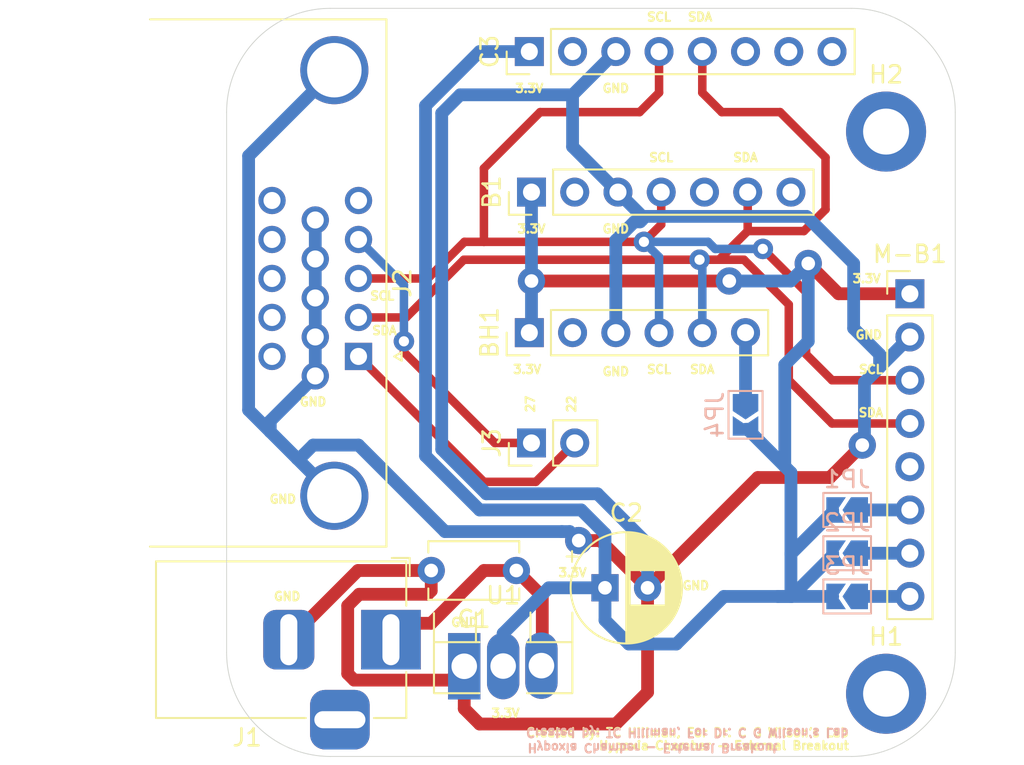
<source format=kicad_pcb>
(kicad_pcb (version 20171130) (host pcbnew "(5.1.10)-1")

  (general
    (thickness 1.6)
    (drawings 42)
    (tracks 167)
    (zones 0)
    (modules 16)
    (nets 28)
  )

  (page A4)
  (layers
    (0 F.Cu signal)
    (31 B.Cu signal)
    (32 B.Adhes user)
    (33 F.Adhes user)
    (34 B.Paste user)
    (35 F.Paste user)
    (36 B.SilkS user)
    (37 F.SilkS user)
    (38 B.Mask user)
    (39 F.Mask user)
    (40 Dwgs.User user)
    (41 Cmts.User user)
    (42 Eco1.User user)
    (43 Eco2.User user)
    (44 Edge.Cuts user)
    (45 Margin user)
    (46 B.CrtYd user)
    (47 F.CrtYd user)
    (48 B.Fab user)
    (49 F.Fab user)
  )

  (setup
    (last_trace_width 0.25)
    (user_trace_width 0.3)
    (user_trace_width 0.4)
    (user_trace_width 0.5)
    (user_trace_width 0.6)
    (user_trace_width 0.75)
    (trace_clearance 0.2)
    (zone_clearance 0.508)
    (zone_45_only no)
    (trace_min 0.2)
    (via_size 0.8)
    (via_drill 0.4)
    (via_min_size 0.4)
    (via_min_drill 0.3)
    (user_via 1.2 0.6)
    (user_via 1.6 0.8)
    (uvia_size 0.3)
    (uvia_drill 0.1)
    (uvias_allowed no)
    (uvia_min_size 0.2)
    (uvia_min_drill 0.1)
    (edge_width 0.05)
    (segment_width 0.2)
    (pcb_text_width 0.3)
    (pcb_text_size 1.5 1.5)
    (mod_edge_width 0.12)
    (mod_text_size 1 1)
    (mod_text_width 0.15)
    (pad_size 1.9 3.9)
    (pad_drill 1.5)
    (pad_to_mask_clearance 0)
    (aux_axis_origin 0 0)
    (visible_elements 7FFFFFFF)
    (pcbplotparams
      (layerselection 0x010fc_ffffffff)
      (usegerberextensions false)
      (usegerberattributes true)
      (usegerberadvancedattributes true)
      (creategerberjobfile true)
      (excludeedgelayer true)
      (linewidth 0.100000)
      (plotframeref false)
      (viasonmask false)
      (mode 1)
      (useauxorigin false)
      (hpglpennumber 1)
      (hpglpenspeed 20)
      (hpglpendiameter 15.000000)
      (psnegative false)
      (psa4output false)
      (plotreference true)
      (plotvalue true)
      (plotinvisibletext false)
      (padsonsilk false)
      (subtractmaskfromsilk false)
      (outputformat 1)
      (mirror false)
      (drillshape 1)
      (scaleselection 1)
      (outputdirectory ""))
  )

  (net 0 "")
  (net 1 "Net-(B1-Pad7)")
  (net 2 /SDA)
  (net 3 "Net-(B1-Pad5)")
  (net 4 /SCL)
  (net 5 /GND)
  (net 6 "Net-(B1-Pad2)")
  (net 7 /3.3V)
  (net 8 "Net-(BH1-Pad6)")
  (net 9 "Net-(BH1-Pad2)")
  (net 10 /5V)
  (net 11 "Net-(C3-Pad8)")
  (net 12 "Net-(C3-Pad7)")
  (net 13 "Net-(C3-Pad6)")
  (net 14 "Net-(C3-Pad2)")
  (net 15 "Net-(J1-PadMP)")
  (net 16 /GPIO_22)
  (net 17 "Net-(J2-Pad5)")
  (net 18 /GPIO27)
  (net 19 "Net-(J2-Pad11)")
  (net 20 "Net-(J2-Pad12)")
  (net 21 "Net-(J2-Pad15)")
  (net 22 "Net-(J2-Pad14)")
  (net 23 "Net-(J2-Pad13)")
  (net 24 "Net-(JP1-Pad1)")
  (net 25 "Net-(JP2-Pad1)")
  (net 26 "Net-(JP3-Pad1)")
  (net 27 "Net-(M-B1-Pad5)")

  (net_class Default "This is the default net class."
    (clearance 0.2)
    (trace_width 0.25)
    (via_dia 0.8)
    (via_drill 0.4)
    (uvia_dia 0.3)
    (uvia_drill 0.1)
    (add_net /3.3V)
    (add_net /5V)
    (add_net /GND)
    (add_net /GPIO27)
    (add_net /GPIO_22)
    (add_net /SCL)
    (add_net /SDA)
    (add_net "Net-(B1-Pad2)")
    (add_net "Net-(B1-Pad5)")
    (add_net "Net-(B1-Pad7)")
    (add_net "Net-(BH1-Pad2)")
    (add_net "Net-(BH1-Pad6)")
    (add_net "Net-(C3-Pad2)")
    (add_net "Net-(C3-Pad6)")
    (add_net "Net-(C3-Pad7)")
    (add_net "Net-(C3-Pad8)")
    (add_net "Net-(J1-PadMP)")
    (add_net "Net-(J2-Pad11)")
    (add_net "Net-(J2-Pad12)")
    (add_net "Net-(J2-Pad13)")
    (add_net "Net-(J2-Pad14)")
    (add_net "Net-(J2-Pad15)")
    (add_net "Net-(J2-Pad5)")
    (add_net "Net-(JP1-Pad1)")
    (add_net "Net-(JP2-Pad1)")
    (add_net "Net-(JP3-Pad1)")
    (add_net "Net-(M-B1-Pad5)")
  )

  (module 20211104-Library:3.3V_Regulator (layer F.Cu) (tedit 61C158AE) (tstamp 61C23840)
    (at 84.963 96.266)
    (descr "TO-3P-3, Vertical, RM 5.45mm, , see https://toshiba.semicon-storage.com/ap-en/design-support/package/detail.TO-3P(N).html")
    (tags "TO-3P-3 Vertical RM 5.45mm ")
    (path /61C1D8F8)
    (fp_text reference U1 (at 5.45 -4.12) (layer F.SilkS)
      (effects (font (size 1 1) (thickness 0.15)))
    )
    (fp_text value LD1117S33TR_SOT223 (at 5.45 3.5) (layer F.Fab)
      (effects (font (size 1 1) (thickness 0.15)))
    )
    (fp_line (start 7.051 -3.12) (end 7.051 -1.38) (layer F.SilkS) (width 0.12))
    (fp_line (start 3.85 -3.12) (end 3.85 -1.38) (layer F.SilkS) (width 0.12))
    (fp_line (start 6.85 -1.38) (end 9.5 -1.38) (layer F.SilkS) (width 0.12))
    (fp_line (start 1.4 -1.38) (end 4.051 -1.38) (layer F.SilkS) (width 0.12))
    (fp_line (start 6.85 1.62) (end 9.5 1.62) (layer F.SilkS) (width 0.12))
    (fp_line (start 1.4 1.62) (end 4.051 1.62) (layer F.SilkS) (width 0.12))
    (fp_line (start 7.05 -3) (end 7.05 -1.5) (layer F.Fab) (width 0.1))
    (fp_line (start 3.85 -3) (end 3.85 -1.5) (layer F.Fab) (width 0.1))
    (fp_line (start -2.3 -1.5) (end 13.2 -1.5) (layer F.Fab) (width 0.1))
    (fp_line (start 13.2 -3) (end -2.3 -3) (layer F.Fab) (width 0.1))
    (fp_line (start 13.2 1.5) (end 13.2 -3) (layer F.Fab) (width 0.1))
    (fp_line (start -2.3 1.5) (end 13.2 1.5) (layer F.Fab) (width 0.1))
    (fp_line (start -2.3 -3) (end -2.3 1.5) (layer F.Fab) (width 0.1))
    (fp_line (start 1.3843 1.6002) (end 1.3843 -3.0861) (layer F.SilkS) (width 0.12))
    (fp_line (start 9.5123 1.6002) (end 9.5123 -3.1115) (layer F.SilkS) (width 0.12))
    (fp_line (start 11.7475 -2.9972) (end 11.7475 2.4511) (layer F.CrtYd) (width 0.12))
    (fp_line (start 11.7475 -3.0099) (end 11.7475 -3.2131) (layer F.CrtYd) (width 0.12))
    (fp_line (start -1.27 2.4638) (end -1.2573 -3.2639) (layer F.CrtYd) (width 0.12))
    (fp_line (start -1.2573 -3.2639) (end 11.7475 -3.2639) (layer F.CrtYd) (width 0.12))
    (fp_line (start -1.27 2.4638) (end 11.7475 2.4638) (layer F.CrtYd) (width 0.12))
    (fp_text user %R (at 5.45 -4.12) (layer F.Fab)
      (effects (font (size 1 1) (thickness 0.15)))
    )
    (pad 3 thru_hole oval (at 7.6962 0) (size 1.9 3.9) (drill 1.5) (layers *.Cu *.Mask)
      (net 10 /5V))
    (pad 2 thru_hole oval (at 5.4483 0.0254) (size 1.9 3.9) (drill 1.5) (layers *.Cu *.Mask)
      (net 7 /3.3V))
    (pad 1 thru_hole rect (at 3.1623 0.0381) (size 1.9 3.9) (drill 1.5) (layers *.Cu *.Mask)
      (net 5 /GND))
    (model ${KISYS3DMOD}/Package_TO_SOT_THT.3dshapes/TO-3P-3_Vertical.wrl
      (at (xyz 0 0 0))
      (scale (xyz 1 1 1))
      (rotate (xyz 0 0 0))
    )
  )

  (module Connector_PinHeader_2.54mm:PinHeader_1x08_P2.54mm_Vertical (layer F.Cu) (tedit 59FED5CC) (tstamp 61C23824)
    (at 114.3 74.422)
    (descr "Through hole straight pin header, 1x08, 2.54mm pitch, single row")
    (tags "Through hole pin header THT 1x08 2.54mm single row")
    (path /61C1A656)
    (fp_text reference M-B1 (at 0 -2.33) (layer F.SilkS)
      (effects (font (size 1 1) (thickness 0.15)))
    )
    (fp_text value MCP9808-B (at 0 20.11) (layer F.Fab)
      (effects (font (size 1 1) (thickness 0.15)))
    )
    (fp_line (start -0.635 -1.27) (end 1.27 -1.27) (layer F.Fab) (width 0.1))
    (fp_line (start 1.27 -1.27) (end 1.27 19.05) (layer F.Fab) (width 0.1))
    (fp_line (start 1.27 19.05) (end -1.27 19.05) (layer F.Fab) (width 0.1))
    (fp_line (start -1.27 19.05) (end -1.27 -0.635) (layer F.Fab) (width 0.1))
    (fp_line (start -1.27 -0.635) (end -0.635 -1.27) (layer F.Fab) (width 0.1))
    (fp_line (start -1.33 19.11) (end 1.33 19.11) (layer F.SilkS) (width 0.12))
    (fp_line (start -1.33 1.27) (end -1.33 19.11) (layer F.SilkS) (width 0.12))
    (fp_line (start 1.33 1.27) (end 1.33 19.11) (layer F.SilkS) (width 0.12))
    (fp_line (start -1.33 1.27) (end 1.33 1.27) (layer F.SilkS) (width 0.12))
    (fp_line (start -1.33 0) (end -1.33 -1.33) (layer F.SilkS) (width 0.12))
    (fp_line (start -1.33 -1.33) (end 0 -1.33) (layer F.SilkS) (width 0.12))
    (fp_line (start -1.8 -1.8) (end -1.8 19.55) (layer F.CrtYd) (width 0.05))
    (fp_line (start -1.8 19.55) (end 1.8 19.55) (layer F.CrtYd) (width 0.05))
    (fp_line (start 1.8 19.55) (end 1.8 -1.8) (layer F.CrtYd) (width 0.05))
    (fp_line (start 1.8 -1.8) (end -1.8 -1.8) (layer F.CrtYd) (width 0.05))
    (fp_text user %R (at 0 8.89 90) (layer F.Fab)
      (effects (font (size 1 1) (thickness 0.15)))
    )
    (pad 8 thru_hole oval (at 0 17.78) (size 1.7 1.7) (drill 1) (layers *.Cu *.Mask)
      (net 26 "Net-(JP3-Pad1)"))
    (pad 7 thru_hole oval (at 0 15.24) (size 1.7 1.7) (drill 1) (layers *.Cu *.Mask)
      (net 25 "Net-(JP2-Pad1)"))
    (pad 6 thru_hole oval (at 0 12.7) (size 1.7 1.7) (drill 1) (layers *.Cu *.Mask)
      (net 24 "Net-(JP1-Pad1)"))
    (pad 5 thru_hole oval (at 0 10.16) (size 1.7 1.7) (drill 1) (layers *.Cu *.Mask)
      (net 27 "Net-(M-B1-Pad5)"))
    (pad 4 thru_hole oval (at 0 7.62) (size 1.7 1.7) (drill 1) (layers *.Cu *.Mask)
      (net 2 /SDA))
    (pad 3 thru_hole oval (at 0 5.08) (size 1.7 1.7) (drill 1) (layers *.Cu *.Mask)
      (net 4 /SCL))
    (pad 2 thru_hole oval (at 0 2.54) (size 1.7 1.7) (drill 1) (layers *.Cu *.Mask)
      (net 5 /GND))
    (pad 1 thru_hole rect (at 0 0) (size 1.7 1.7) (drill 1) (layers *.Cu *.Mask)
      (net 7 /3.3V))
    (model ${KISYS3DMOD}/Connector_PinHeader_2.54mm.3dshapes/PinHeader_1x08_P2.54mm_Vertical.wrl
      (at (xyz 0 0 0))
      (scale (xyz 1 1 1))
      (rotate (xyz 0 0 0))
    )
  )

  (module Jumper:SolderJumper-2_P1.3mm_Open_TrianglePad1.0x1.5mm (layer B.Cu) (tedit 5A64794F) (tstamp 61C23808)
    (at 104.648 81.534 270)
    (descr "SMD Solder Jumper, 1x1.5mm Triangular Pads, 0.3mm gap, open")
    (tags "solder jumper open")
    (path /61C31B53)
    (attr virtual)
    (fp_text reference JP4 (at 0 1.8 270) (layer B.SilkS)
      (effects (font (size 1 1) (thickness 0.15)) (justify mirror))
    )
    (fp_text value SolderJumper_2_Open (at 0 -1.9 270) (layer B.Fab)
      (effects (font (size 1 1) (thickness 0.15)) (justify mirror))
    )
    (fp_line (start -1.4 -1) (end -1.4 1) (layer B.SilkS) (width 0.12))
    (fp_line (start 1.4 -1) (end -1.4 -1) (layer B.SilkS) (width 0.12))
    (fp_line (start 1.4 1) (end 1.4 -1) (layer B.SilkS) (width 0.12))
    (fp_line (start -1.4 1) (end 1.4 1) (layer B.SilkS) (width 0.12))
    (fp_line (start -1.65 1.25) (end 1.65 1.25) (layer B.CrtYd) (width 0.05))
    (fp_line (start -1.65 1.25) (end -1.65 -1.25) (layer B.CrtYd) (width 0.05))
    (fp_line (start 1.65 -1.25) (end 1.65 1.25) (layer B.CrtYd) (width 0.05))
    (fp_line (start 1.65 -1.25) (end -1.65 -1.25) (layer B.CrtYd) (width 0.05))
    (pad 1 smd custom (at -0.725 0 270) (size 0.3 0.3) (layers B.Cu B.Mask)
      (net 8 "Net-(BH1-Pad6)") (zone_connect 2)
      (options (clearance outline) (anchor rect))
      (primitives
        (gr_poly (pts
           (xy -0.5 0.75) (xy 0.5 0.75) (xy 1 0) (xy 0.5 -0.75) (xy -0.5 -0.75)
) (width 0))
      ))
    (pad 2 smd custom (at 0.725 0 270) (size 0.3 0.3) (layers B.Cu B.Mask)
      (net 7 /3.3V) (zone_connect 2)
      (options (clearance outline) (anchor rect))
      (primitives
        (gr_poly (pts
           (xy -0.65 0.75) (xy 0.5 0.75) (xy 0.5 -0.75) (xy -0.65 -0.75) (xy -0.15 0)
) (width 0))
      ))
  )

  (module Jumper:SolderJumper-2_P1.3mm_Open_TrianglePad1.0x1.5mm (layer B.Cu) (tedit 5A64794F) (tstamp 61C237FA)
    (at 110.617 92.202 180)
    (descr "SMD Solder Jumper, 1x1.5mm Triangular Pads, 0.3mm gap, open")
    (tags "solder jumper open")
    (path /61C30F32)
    (attr virtual)
    (fp_text reference JP3 (at 0 1.8) (layer B.SilkS)
      (effects (font (size 1 1) (thickness 0.15)) (justify mirror))
    )
    (fp_text value SolderJumper_2_Open (at -2.114 2.734) (layer B.Fab)
      (effects (font (size 1 1) (thickness 0.15)) (justify mirror))
    )
    (fp_line (start -1.4 -1) (end -1.4 1) (layer B.SilkS) (width 0.12))
    (fp_line (start 1.4 -1) (end -1.4 -1) (layer B.SilkS) (width 0.12))
    (fp_line (start 1.4 1) (end 1.4 -1) (layer B.SilkS) (width 0.12))
    (fp_line (start -1.4 1) (end 1.4 1) (layer B.SilkS) (width 0.12))
    (fp_line (start -1.65 1.25) (end 1.65 1.25) (layer B.CrtYd) (width 0.05))
    (fp_line (start -1.65 1.25) (end -1.65 -1.25) (layer B.CrtYd) (width 0.05))
    (fp_line (start 1.65 -1.25) (end 1.65 1.25) (layer B.CrtYd) (width 0.05))
    (fp_line (start 1.65 -1.25) (end -1.65 -1.25) (layer B.CrtYd) (width 0.05))
    (pad 1 smd custom (at -0.725 0 180) (size 0.3 0.3) (layers B.Cu B.Mask)
      (net 26 "Net-(JP3-Pad1)") (zone_connect 2)
      (options (clearance outline) (anchor rect))
      (primitives
        (gr_poly (pts
           (xy -0.5 0.75) (xy 0.5 0.75) (xy 1 0) (xy 0.5 -0.75) (xy -0.5 -0.75)
) (width 0))
      ))
    (pad 2 smd custom (at 0.725 0 180) (size 0.3 0.3) (layers B.Cu B.Mask)
      (net 7 /3.3V) (zone_connect 2)
      (options (clearance outline) (anchor rect))
      (primitives
        (gr_poly (pts
           (xy -0.65 0.75) (xy 0.5 0.75) (xy 0.5 -0.75) (xy -0.65 -0.75) (xy -0.15 0)
) (width 0))
      ))
  )

  (module Jumper:SolderJumper-2_P1.3mm_Open_TrianglePad1.0x1.5mm (layer B.Cu) (tedit 5A64794F) (tstamp 61C237EC)
    (at 110.617 89.662 180)
    (descr "SMD Solder Jumper, 1x1.5mm Triangular Pads, 0.3mm gap, open")
    (tags "solder jumper open")
    (path /61C30411)
    (attr virtual)
    (fp_text reference JP2 (at 0 1.8) (layer B.SilkS)
      (effects (font (size 1 1) (thickness 0.15)) (justify mirror))
    )
    (fp_text value SolderJumper_2_Open (at 0 -1.9) (layer B.Fab)
      (effects (font (size 1 1) (thickness 0.15)) (justify mirror))
    )
    (fp_line (start -1.4 -1) (end -1.4 1) (layer B.SilkS) (width 0.12))
    (fp_line (start 1.4 -1) (end -1.4 -1) (layer B.SilkS) (width 0.12))
    (fp_line (start 1.4 1) (end 1.4 -1) (layer B.SilkS) (width 0.12))
    (fp_line (start -1.4 1) (end 1.4 1) (layer B.SilkS) (width 0.12))
    (fp_line (start -1.65 1.25) (end 1.65 1.25) (layer B.CrtYd) (width 0.05))
    (fp_line (start -1.65 1.25) (end -1.65 -1.25) (layer B.CrtYd) (width 0.05))
    (fp_line (start 1.65 -1.25) (end 1.65 1.25) (layer B.CrtYd) (width 0.05))
    (fp_line (start 1.65 -1.25) (end -1.65 -1.25) (layer B.CrtYd) (width 0.05))
    (pad 1 smd custom (at -0.725 0 180) (size 0.3 0.3) (layers B.Cu B.Mask)
      (net 25 "Net-(JP2-Pad1)") (zone_connect 2)
      (options (clearance outline) (anchor rect))
      (primitives
        (gr_poly (pts
           (xy -0.5 0.75) (xy 0.5 0.75) (xy 1 0) (xy 0.5 -0.75) (xy -0.5 -0.75)
) (width 0))
      ))
    (pad 2 smd custom (at 0.725 0 180) (size 0.3 0.3) (layers B.Cu B.Mask)
      (net 7 /3.3V) (zone_connect 2)
      (options (clearance outline) (anchor rect))
      (primitives
        (gr_poly (pts
           (xy -0.65 0.75) (xy 0.5 0.75) (xy 0.5 -0.75) (xy -0.65 -0.75) (xy -0.15 0)
) (width 0))
      ))
  )

  (module Jumper:SolderJumper-2_P1.3mm_Open_TrianglePad1.0x1.5mm (layer B.Cu) (tedit 5A64794F) (tstamp 61C237DE)
    (at 110.617 87.122 180)
    (descr "SMD Solder Jumper, 1x1.5mm Triangular Pads, 0.3mm gap, open")
    (tags "solder jumper open")
    (path /61C2F2D2)
    (attr virtual)
    (fp_text reference JP1 (at 0 1.8) (layer B.SilkS)
      (effects (font (size 1 1) (thickness 0.15)) (justify mirror))
    )
    (fp_text value SolderJumper_2_Open (at 0 -1.9) (layer B.Fab)
      (effects (font (size 1 1) (thickness 0.15)) (justify mirror))
    )
    (fp_line (start -1.4 -1) (end -1.4 1) (layer B.SilkS) (width 0.12))
    (fp_line (start 1.4 -1) (end -1.4 -1) (layer B.SilkS) (width 0.12))
    (fp_line (start 1.4 1) (end 1.4 -1) (layer B.SilkS) (width 0.12))
    (fp_line (start -1.4 1) (end 1.4 1) (layer B.SilkS) (width 0.12))
    (fp_line (start -1.65 1.25) (end 1.65 1.25) (layer B.CrtYd) (width 0.05))
    (fp_line (start -1.65 1.25) (end -1.65 -1.25) (layer B.CrtYd) (width 0.05))
    (fp_line (start 1.65 -1.25) (end 1.65 1.25) (layer B.CrtYd) (width 0.05))
    (fp_line (start 1.65 -1.25) (end -1.65 -1.25) (layer B.CrtYd) (width 0.05))
    (pad 1 smd custom (at -0.725 0 180) (size 0.3 0.3) (layers B.Cu B.Mask)
      (net 24 "Net-(JP1-Pad1)") (zone_connect 2)
      (options (clearance outline) (anchor rect))
      (primitives
        (gr_poly (pts
           (xy -0.5 0.75) (xy 0.5 0.75) (xy 1 0) (xy 0.5 -0.75) (xy -0.5 -0.75)
) (width 0))
      ))
    (pad 2 smd custom (at 0.725 0 180) (size 0.3 0.3) (layers B.Cu B.Mask)
      (net 7 /3.3V) (zone_connect 2)
      (options (clearance outline) (anchor rect))
      (primitives
        (gr_poly (pts
           (xy -0.65 0.75) (xy 0.5 0.75) (xy 0.5 -0.75) (xy -0.65 -0.75) (xy -0.15 0)
) (width 0))
      ))
  )

  (module Connector_PinHeader_2.54mm:PinHeader_1x02_P2.54mm_Vertical (layer F.Cu) (tedit 59FED5CC) (tstamp 61C237D0)
    (at 92.075 83.185 90)
    (descr "Through hole straight pin header, 1x02, 2.54mm pitch, single row")
    (tags "Through hole pin header THT 1x02 2.54mm single row")
    (path /61C3DE9A)
    (fp_text reference J3 (at 0 -2.33 90) (layer F.SilkS)
      (effects (font (size 1 1) (thickness 0.15)))
    )
    (fp_text value Conn_01x02 (at 0 4.87 90) (layer F.Fab)
      (effects (font (size 1 1) (thickness 0.15)))
    )
    (fp_line (start -0.635 -1.27) (end 1.27 -1.27) (layer F.Fab) (width 0.1))
    (fp_line (start 1.27 -1.27) (end 1.27 3.81) (layer F.Fab) (width 0.1))
    (fp_line (start 1.27 3.81) (end -1.27 3.81) (layer F.Fab) (width 0.1))
    (fp_line (start -1.27 3.81) (end -1.27 -0.635) (layer F.Fab) (width 0.1))
    (fp_line (start -1.27 -0.635) (end -0.635 -1.27) (layer F.Fab) (width 0.1))
    (fp_line (start -1.33 3.87) (end 1.33 3.87) (layer F.SilkS) (width 0.12))
    (fp_line (start -1.33 1.27) (end -1.33 3.87) (layer F.SilkS) (width 0.12))
    (fp_line (start 1.33 1.27) (end 1.33 3.87) (layer F.SilkS) (width 0.12))
    (fp_line (start -1.33 1.27) (end 1.33 1.27) (layer F.SilkS) (width 0.12))
    (fp_line (start -1.33 0) (end -1.33 -1.33) (layer F.SilkS) (width 0.12))
    (fp_line (start -1.33 -1.33) (end 0 -1.33) (layer F.SilkS) (width 0.12))
    (fp_line (start -1.8 -1.8) (end -1.8 4.35) (layer F.CrtYd) (width 0.05))
    (fp_line (start -1.8 4.35) (end 1.8 4.35) (layer F.CrtYd) (width 0.05))
    (fp_line (start 1.8 4.35) (end 1.8 -1.8) (layer F.CrtYd) (width 0.05))
    (fp_line (start 1.8 -1.8) (end -1.8 -1.8) (layer F.CrtYd) (width 0.05))
    (fp_text user %R (at 0 1.27) (layer F.Fab)
      (effects (font (size 1 1) (thickness 0.15)))
    )
    (pad 2 thru_hole oval (at 0 2.54 90) (size 1.7 1.7) (drill 1) (layers *.Cu *.Mask)
      (net 16 /GPIO_22))
    (pad 1 thru_hole rect (at 0 0 90) (size 1.7 1.7) (drill 1) (layers *.Cu *.Mask)
      (net 18 /GPIO27))
    (model ${KISYS3DMOD}/Connector_PinHeader_2.54mm.3dshapes/PinHeader_1x02_P2.54mm_Vertical.wrl
      (at (xyz 0 0 0))
      (scale (xyz 1 1 1))
      (rotate (xyz 0 0 0))
    )
  )

  (module 20211104-Library:DSUB-15-HD-Female-Horixonal_P2.29x2.54mm_EdgePinOffset8.35mm_Mouting10.89mm (layer F.Cu) (tedit 61841A0F) (tstamp 61C237BA)
    (at 81.915 78.105 270)
    (descr "15-pin D-Sub connector, horizontal/angled (90 deg), THT-mount, female, pitch 2.29x1.98mm, pin-PCB-offset 8.35mm, distance of mounting holes 25mm, distance of mounting holes to PCB edge 10.889999999999999mm, see https://disti-assets.s3.amazonaws.com/tonar/files/datasheets/16730.pdf")
    (tags "15-pin D-Sub connector horizontal angled 90deg THT female pitch 2.29x1.98mm pin-PCB-offset 8.35mm mounting-holes-distance 25mm mounting-hole-offset 25mm")
    (path /61C1BD68)
    (fp_text reference J2 (at -4.315 -2.58 90) (layer F.SilkS)
      (effects (font (size 1 1) (thickness 0.15)))
    )
    (fp_text value DB15_Female_HighDensity_MountingHoles (at -4.315 20.21 90) (layer F.Fab)
      (effects (font (size 1 1) (thickness 0.15)))
    )
    (fp_circle (center 1.139595 2.54) (end 1.990495 2.4638) (layer Dwgs.User) (width 0.12))
    (fp_line (start -19.74 -1.58) (end -19.74 12.31) (layer F.Fab) (width 0.1))
    (fp_line (start -19.74 12.31) (end 11.11 12.31) (layer F.Fab) (width 0.1))
    (fp_line (start 11.11 12.31) (end 11.11 -1.58) (layer F.Fab) (width 0.1))
    (fp_line (start 11.11 -1.58) (end -19.74 -1.58) (layer F.Fab) (width 0.1))
    (fp_line (start -19.74 12.31) (end -19.74 12.71) (layer F.Fab) (width 0.1))
    (fp_line (start -19.74 12.71) (end 11.11 12.71) (layer F.Fab) (width 0.1))
    (fp_line (start 11.11 12.71) (end 11.11 12.31) (layer F.Fab) (width 0.1))
    (fp_line (start 11.11 12.31) (end -19.74 12.31) (layer F.Fab) (width 0.1))
    (fp_line (start -12.465 12.71) (end -12.465 18.71) (layer F.Fab) (width 0.1))
    (fp_line (start -12.465 18.71) (end 3.835 18.71) (layer F.Fab) (width 0.1))
    (fp_line (start 3.835 18.71) (end 3.835 12.71) (layer F.Fab) (width 0.1))
    (fp_line (start 3.835 12.71) (end -12.465 12.71) (layer F.Fab) (width 0.1))
    (fp_line (start -19.315 12.71) (end -19.315 17.71) (layer F.Fab) (width 0.1))
    (fp_line (start -19.315 17.71) (end -14.315 17.71) (layer F.Fab) (width 0.1))
    (fp_line (start -14.315 17.71) (end -14.315 12.71) (layer F.Fab) (width 0.1))
    (fp_line (start -14.315 12.71) (end -19.315 12.71) (layer F.Fab) (width 0.1))
    (fp_line (start 5.685 12.71) (end 5.685 17.71) (layer F.Fab) (width 0.1))
    (fp_line (start 5.685 17.71) (end 10.685 17.71) (layer F.Fab) (width 0.1))
    (fp_line (start 10.685 17.71) (end 10.685 12.71) (layer F.Fab) (width 0.1))
    (fp_line (start 10.685 12.71) (end 5.685 12.71) (layer F.Fab) (width 0.1))
    (fp_line (start -18.415 12.31) (end -18.415 1.42) (layer F.Fab) (width 0.1))
    (fp_line (start -15.215 12.31) (end -15.215 1.42) (layer F.Fab) (width 0.1))
    (fp_line (start 6.585 12.31) (end 6.585 1.42) (layer F.Fab) (width 0.1))
    (fp_line (start 9.785 12.31) (end 9.785 1.42) (layer F.Fab) (width 0.1))
    (fp_line (start -19.8 12.25) (end -19.8 -1.64) (layer F.SilkS) (width 0.12))
    (fp_line (start -19.8 -1.64) (end 11.17 -1.64) (layer F.SilkS) (width 0.12))
    (fp_line (start 11.17 -1.64) (end 11.17 12.25) (layer F.SilkS) (width 0.12))
    (fp_line (start -0.25 -2.534338) (end 0.25 -2.534338) (layer F.SilkS) (width 0.12))
    (fp_line (start 0.25 -2.534338) (end 0 -2.101325) (layer F.SilkS) (width 0.12))
    (fp_line (start 0 -2.101325) (end -0.25 -2.534338) (layer F.SilkS) (width 0.12))
    (fp_line (start -20.25 -2.1) (end -20.25 19.25) (layer F.CrtYd) (width 0.05))
    (fp_line (start -20.25 19.25) (end 11.65 19.25) (layer F.CrtYd) (width 0.05))
    (fp_line (start 11.65 19.25) (end 11.65 -2.1) (layer F.CrtYd) (width 0.05))
    (fp_line (start 11.65 -2.1) (end -20.25 -2.1) (layer F.CrtYd) (width 0.05))
    (fp_text user %R (at -4.315 15.71 90) (layer F.Fab)
      (effects (font (size 1 1) (thickness 0.15)))
    )
    (fp_arc (start 8.185 1.42) (end 6.585 1.42) (angle 180) (layer F.Fab) (width 0.1))
    (fp_arc (start -16.815 1.42) (end -18.415 1.42) (angle 180) (layer F.Fab) (width 0.1))
    (pad 1 thru_hole rect (at 0 0 270) (size 1.6 1.6) (drill 1) (layers *.Cu *.Mask)
      (net 16 /GPIO_22))
    (pad 6 thru_hole circle (at 1.145 2.54 270) (size 1.6 1.6) (drill 1) (layers *.Cu *.Mask)
      (net 5 /GND))
    (pad 5 thru_hole circle (at -9.16 0 270) (size 1.6 1.6) (drill 1) (layers *.Cu *.Mask)
      (net 17 "Net-(J2-Pad5)"))
    (pad 3 thru_hole circle (at -4.58 0 270) (size 1.6 1.6) (drill 1) (layers *.Cu *.Mask)
      (net 4 /SCL))
    (pad 4 thru_hole circle (at -6.87 0 270) (size 1.6 1.6) (drill 1) (layers *.Cu *.Mask)
      (net 18 /GPIO27))
    (pad 11 thru_hole circle (at 0 5.08 270) (size 1.6 1.6) (drill 1) (layers *.Cu *.Mask)
      (net 19 "Net-(J2-Pad11)"))
    (pad 12 thru_hole circle (at -2.29 5.08 270) (size 1.6 1.6) (drill 1) (layers *.Cu *.Mask)
      (net 20 "Net-(J2-Pad12)"))
    (pad 15 thru_hole circle (at -9.16 5.08 270) (size 1.6 1.6) (drill 1) (layers *.Cu *.Mask)
      (net 21 "Net-(J2-Pad15)"))
    (pad 8 thru_hole circle (at -3.435 2.54 270) (size 1.6 1.6) (drill 1) (layers *.Cu *.Mask)
      (net 5 /GND))
    (pad 9 thru_hole circle (at -5.725 2.54 270) (size 1.6 1.6) (drill 1) (layers *.Cu *.Mask)
      (net 5 /GND))
    (pad 14 thru_hole circle (at -6.87 5.08 270) (size 1.6 1.6) (drill 1) (layers *.Cu *.Mask)
      (net 22 "Net-(J2-Pad14)"))
    (pad 7 thru_hole circle (at -1.145 2.54 270) (size 1.6 1.6) (drill 1) (layers *.Cu *.Mask)
      (net 5 /GND))
    (pad 10 thru_hole circle (at -8.015 2.54 270) (size 1.6 1.6) (drill 1) (layers *.Cu *.Mask)
      (net 5 /GND))
    (pad 13 thru_hole circle (at -4.58 5.08 270) (size 1.6 1.6) (drill 1) (layers *.Cu *.Mask)
      (net 23 "Net-(J2-Pad13)"))
    (pad 2 thru_hole circle (at -2.29 0 270) (size 1.6 1.6) (drill 1) (layers *.Cu *.Mask)
      (net 2 /SDA))
    (pad 0 thru_hole circle (at 8.185 1.42 270) (size 4 4) (drill 3.2) (layers *.Cu *.Mask)
      (net 5 /GND))
    (pad 0 thru_hole circle (at -16.815 1.42 270) (size 4 4) (drill 3.2) (layers *.Cu *.Mask)
      (net 5 /GND))
    (model ${KICAD6_3DMODEL_DIR}/Connector_Dsub.3dshapes/DSUB-15-HD_Female_Horizontal_P2.29x1.98mm_EdgePinOffset8.35mm_Housed_MountingHolesOffset10.89mm.wrl
      (at (xyz 0 0 0))
      (scale (xyz 1 1 1))
      (rotate (xyz 0 0 0))
    )
  )

  (module 20211104-Library:BarrelJack_Horizontal_w_MP (layer F.Cu) (tedit 61841F93) (tstamp 61C2377F)
    (at 83.82 94.742)
    (descr "DC Barrel Jack")
    (tags "Power Jack")
    (path /61C1C8B8)
    (fp_text reference J1 (at -8.45 5.75) (layer F.SilkS)
      (effects (font (size 1 1) (thickness 0.15)))
    )
    (fp_text value Barrel_Jack_MountingPin (at -6.2 -5.5) (layer F.Fab)
      (effects (font (size 1 1) (thickness 0.15)))
    )
    (fp_line (start 0 -4.5) (end -13.7 -4.5) (layer F.Fab) (width 0.1))
    (fp_line (start 0.8 4.5) (end 0.8 -3.75) (layer F.Fab) (width 0.1))
    (fp_line (start -13.7 4.5) (end 0.8 4.5) (layer F.Fab) (width 0.1))
    (fp_line (start -13.7 -4.5) (end -13.7 4.5) (layer F.Fab) (width 0.1))
    (fp_line (start -10.2 -4.5) (end -10.2 4.5) (layer F.Fab) (width 0.1))
    (fp_line (start 0.9 -4.6) (end 0.9 -2) (layer F.SilkS) (width 0.12))
    (fp_line (start -13.8 -4.6) (end 0.9 -4.6) (layer F.SilkS) (width 0.12))
    (fp_line (start 0.9 4.6) (end -1 4.6) (layer F.SilkS) (width 0.12))
    (fp_line (start 0.9 1.9) (end 0.9 4.6) (layer F.SilkS) (width 0.12))
    (fp_line (start -13.8 4.6) (end -13.8 -4.6) (layer F.SilkS) (width 0.12))
    (fp_line (start -5 4.6) (end -13.8 4.6) (layer F.SilkS) (width 0.12))
    (fp_line (start -14 4.75) (end -14 -4.75) (layer F.CrtYd) (width 0.05))
    (fp_line (start -5 4.75) (end -14 4.75) (layer F.CrtYd) (width 0.05))
    (fp_line (start -5 6.75) (end -5 4.75) (layer F.CrtYd) (width 0.05))
    (fp_line (start -1 6.75) (end -5 6.75) (layer F.CrtYd) (width 0.05))
    (fp_line (start -1 4.75) (end -1 6.75) (layer F.CrtYd) (width 0.05))
    (fp_line (start 1 4.75) (end -1 4.75) (layer F.CrtYd) (width 0.05))
    (fp_line (start 1 2) (end 1 4.75) (layer F.CrtYd) (width 0.05))
    (fp_line (start 2 2) (end 1 2) (layer F.CrtYd) (width 0.05))
    (fp_line (start 2 -2) (end 2 2) (layer F.CrtYd) (width 0.05))
    (fp_line (start 1 -2) (end 2 -2) (layer F.CrtYd) (width 0.05))
    (fp_line (start 1 -4.5) (end 1 -2) (layer F.CrtYd) (width 0.05))
    (fp_line (start 1 -4.75) (end -14 -4.75) (layer F.CrtYd) (width 0.05))
    (fp_line (start 1 -4.5) (end 1 -4.75) (layer F.CrtYd) (width 0.05))
    (fp_line (start 0.05 -4.8) (end 1.1 -4.8) (layer F.SilkS) (width 0.12))
    (fp_line (start 1.1 -3.75) (end 1.1 -4.8) (layer F.SilkS) (width 0.12))
    (fp_line (start -0.003213 -4.505425) (end 0.8 -3.75) (layer F.Fab) (width 0.1))
    (fp_text user %R (at -3 -2.95) (layer F.Fab)
      (effects (font (size 1 1) (thickness 0.15)))
    )
    (pad MP thru_hole roundrect (at -3 4.7) (size 3.5 3.5) (drill oval 3 1) (layers *.Cu *.Mask) (roundrect_rratio 0.25)
      (net 15 "Net-(J1-PadMP)"))
    (pad 2 thru_hole roundrect (at -6 0) (size 3 3.5) (drill oval 1 3) (layers *.Cu *.Mask) (roundrect_rratio 0.25)
      (net 5 /GND))
    (pad 1 thru_hole rect (at 0 0) (size 3.5 3.5) (drill oval 1 3) (layers *.Cu *.Mask)
      (net 10 /5V))
    (model ${KISYS3DMOD}/Connector_BarrelJack.3dshapes/BarrelJack_Horizontal.wrl
      (at (xyz 0 0 0))
      (scale (xyz 1 1 1))
      (rotate (xyz 0 0 0))
    )
  )

  (module MountingHole:MountingHole_2.7mm_M2.5_DIN965_Pad_TopBottom (layer F.Cu) (tedit 56D1B4CB) (tstamp 61C2375C)
    (at 112.903 64.897)
    (descr "Mounting Hole 2.7mm, M2.5, DIN965")
    (tags "mounting hole 2.7mm m2.5 din965")
    (path /61C43A37)
    (attr virtual)
    (fp_text reference H2 (at 0 -3.35) (layer F.SilkS)
      (effects (font (size 1 1) (thickness 0.15)))
    )
    (fp_text value MountingHole (at 0 3.35) (layer F.Fab)
      (effects (font (size 1 1) (thickness 0.15)))
    )
    (fp_circle (center 0 0) (end 2.35 0) (layer Cmts.User) (width 0.15))
    (fp_circle (center 0 0) (end 2.6 0) (layer F.CrtYd) (width 0.05))
    (fp_text user %R (at 0.3 0) (layer F.Fab)
      (effects (font (size 1 1) (thickness 0.15)))
    )
    (pad 1 connect circle (at 0 0) (size 4.7 4.7) (layers B.Cu B.Mask))
    (pad 1 connect circle (at 0 0) (size 4.7 4.7) (layers F.Cu F.Mask))
    (pad 1 thru_hole circle (at 0 0) (size 3.1 3.1) (drill 2.7) (layers *.Cu *.Mask))
  )

  (module MountingHole:MountingHole_2.7mm_M2.5_DIN965_Pad_TopBottom (layer F.Cu) (tedit 56D1B4CB) (tstamp 61C23752)
    (at 112.903 97.917)
    (descr "Mounting Hole 2.7mm, M2.5, DIN965")
    (tags "mounting hole 2.7mm m2.5 din965")
    (path /61C43456)
    (attr virtual)
    (fp_text reference H1 (at 0 -3.35) (layer F.SilkS)
      (effects (font (size 1 1) (thickness 0.15)))
    )
    (fp_text value MountingHole (at 0 3.35) (layer F.Fab)
      (effects (font (size 1 1) (thickness 0.15)))
    )
    (fp_circle (center 0 0) (end 2.35 0) (layer Cmts.User) (width 0.15))
    (fp_circle (center 0 0) (end 2.6 0) (layer F.CrtYd) (width 0.05))
    (fp_text user %R (at 0.3 0) (layer F.Fab)
      (effects (font (size 1 1) (thickness 0.15)))
    )
    (pad 1 connect circle (at 0 0) (size 4.7 4.7) (layers B.Cu B.Mask))
    (pad 1 connect circle (at 0 0) (size 4.7 4.7) (layers F.Cu F.Mask))
    (pad 1 thru_hole circle (at 0 0) (size 3.1 3.1) (drill 2.7) (layers *.Cu *.Mask))
  )

  (module Connector_PinHeader_2.54mm:PinHeader_1x08_P2.54mm_Vertical (layer F.Cu) (tedit 59FED5CC) (tstamp 61C23748)
    (at 91.948 60.198 90)
    (descr "Through hole straight pin header, 1x08, 2.54mm pitch, single row")
    (tags "Through hole pin header THT 1x08 2.54mm single row")
    (path /61C1B273)
    (fp_text reference C3 (at 0 -2.33 90) (layer F.SilkS)
      (effects (font (size 1 1) (thickness 0.15)))
    )
    (fp_text value CCS811 (at 0 20.11 90) (layer F.Fab)
      (effects (font (size 1 1) (thickness 0.15)))
    )
    (fp_line (start -0.635 -1.27) (end 1.27 -1.27) (layer F.Fab) (width 0.1))
    (fp_line (start 1.27 -1.27) (end 1.27 19.05) (layer F.Fab) (width 0.1))
    (fp_line (start 1.27 19.05) (end -1.27 19.05) (layer F.Fab) (width 0.1))
    (fp_line (start -1.27 19.05) (end -1.27 -0.635) (layer F.Fab) (width 0.1))
    (fp_line (start -1.27 -0.635) (end -0.635 -1.27) (layer F.Fab) (width 0.1))
    (fp_line (start -1.33 19.11) (end 1.33 19.11) (layer F.SilkS) (width 0.12))
    (fp_line (start -1.33 1.27) (end -1.33 19.11) (layer F.SilkS) (width 0.12))
    (fp_line (start 1.33 1.27) (end 1.33 19.11) (layer F.SilkS) (width 0.12))
    (fp_line (start -1.33 1.27) (end 1.33 1.27) (layer F.SilkS) (width 0.12))
    (fp_line (start -1.33 0) (end -1.33 -1.33) (layer F.SilkS) (width 0.12))
    (fp_line (start -1.33 -1.33) (end 0 -1.33) (layer F.SilkS) (width 0.12))
    (fp_line (start -1.8 -1.8) (end -1.8 19.55) (layer F.CrtYd) (width 0.05))
    (fp_line (start -1.8 19.55) (end 1.8 19.55) (layer F.CrtYd) (width 0.05))
    (fp_line (start 1.8 19.55) (end 1.8 -1.8) (layer F.CrtYd) (width 0.05))
    (fp_line (start 1.8 -1.8) (end -1.8 -1.8) (layer F.CrtYd) (width 0.05))
    (fp_text user %R (at 0 8.89) (layer F.Fab)
      (effects (font (size 1 1) (thickness 0.15)))
    )
    (pad 8 thru_hole oval (at 0 17.78 90) (size 1.7 1.7) (drill 1) (layers *.Cu *.Mask)
      (net 11 "Net-(C3-Pad8)"))
    (pad 7 thru_hole oval (at 0 15.24 90) (size 1.7 1.7) (drill 1) (layers *.Cu *.Mask)
      (net 12 "Net-(C3-Pad7)"))
    (pad 6 thru_hole oval (at 0 12.7 90) (size 1.7 1.7) (drill 1) (layers *.Cu *.Mask)
      (net 13 "Net-(C3-Pad6)"))
    (pad 5 thru_hole oval (at 0 10.16 90) (size 1.7 1.7) (drill 1) (layers *.Cu *.Mask)
      (net 2 /SDA))
    (pad 4 thru_hole oval (at 0 7.62 90) (size 1.7 1.7) (drill 1) (layers *.Cu *.Mask)
      (net 4 /SCL))
    (pad 3 thru_hole oval (at 0 5.08 90) (size 1.7 1.7) (drill 1) (layers *.Cu *.Mask)
      (net 5 /GND))
    (pad 2 thru_hole oval (at 0 2.54 90) (size 1.7 1.7) (drill 1) (layers *.Cu *.Mask)
      (net 14 "Net-(C3-Pad2)"))
    (pad 1 thru_hole rect (at 0 0 90) (size 1.7 1.7) (drill 1) (layers *.Cu *.Mask)
      (net 7 /3.3V))
    (model ${KISYS3DMOD}/Connector_PinHeader_2.54mm.3dshapes/PinHeader_1x08_P2.54mm_Vertical.wrl
      (at (xyz 0 0 0))
      (scale (xyz 1 1 1))
      (rotate (xyz 0 0 0))
    )
  )

  (module Capacitor_THT:CP_Radial_D6.3mm_P2.50mm (layer F.Cu) (tedit 5AE50EF0) (tstamp 61C2372C)
    (at 96.393 91.694)
    (descr "CP, Radial series, Radial, pin pitch=2.50mm, , diameter=6.3mm, Electrolytic Capacitor")
    (tags "CP Radial series Radial pin pitch 2.50mm  diameter 6.3mm Electrolytic Capacitor")
    (path /61C1EE67)
    (fp_text reference C2 (at 1.25 -4.4) (layer F.SilkS)
      (effects (font (size 1 1) (thickness 0.15)))
    )
    (fp_text value 10uF (at 1.25 4.4) (layer F.Fab)
      (effects (font (size 1 1) (thickness 0.15)))
    )
    (fp_circle (center 1.25 0) (end 4.4 0) (layer F.Fab) (width 0.1))
    (fp_circle (center 1.25 0) (end 4.52 0) (layer F.SilkS) (width 0.12))
    (fp_circle (center 1.25 0) (end 4.65 0) (layer F.CrtYd) (width 0.05))
    (fp_line (start -1.443972 -1.3735) (end -0.813972 -1.3735) (layer F.Fab) (width 0.1))
    (fp_line (start -1.128972 -1.6885) (end -1.128972 -1.0585) (layer F.Fab) (width 0.1))
    (fp_line (start 1.25 -3.23) (end 1.25 3.23) (layer F.SilkS) (width 0.12))
    (fp_line (start 1.29 -3.23) (end 1.29 3.23) (layer F.SilkS) (width 0.12))
    (fp_line (start 1.33 -3.23) (end 1.33 3.23) (layer F.SilkS) (width 0.12))
    (fp_line (start 1.37 -3.228) (end 1.37 3.228) (layer F.SilkS) (width 0.12))
    (fp_line (start 1.41 -3.227) (end 1.41 3.227) (layer F.SilkS) (width 0.12))
    (fp_line (start 1.45 -3.224) (end 1.45 3.224) (layer F.SilkS) (width 0.12))
    (fp_line (start 1.49 -3.222) (end 1.49 -1.04) (layer F.SilkS) (width 0.12))
    (fp_line (start 1.49 1.04) (end 1.49 3.222) (layer F.SilkS) (width 0.12))
    (fp_line (start 1.53 -3.218) (end 1.53 -1.04) (layer F.SilkS) (width 0.12))
    (fp_line (start 1.53 1.04) (end 1.53 3.218) (layer F.SilkS) (width 0.12))
    (fp_line (start 1.57 -3.215) (end 1.57 -1.04) (layer F.SilkS) (width 0.12))
    (fp_line (start 1.57 1.04) (end 1.57 3.215) (layer F.SilkS) (width 0.12))
    (fp_line (start 1.61 -3.211) (end 1.61 -1.04) (layer F.SilkS) (width 0.12))
    (fp_line (start 1.61 1.04) (end 1.61 3.211) (layer F.SilkS) (width 0.12))
    (fp_line (start 1.65 -3.206) (end 1.65 -1.04) (layer F.SilkS) (width 0.12))
    (fp_line (start 1.65 1.04) (end 1.65 3.206) (layer F.SilkS) (width 0.12))
    (fp_line (start 1.69 -3.201) (end 1.69 -1.04) (layer F.SilkS) (width 0.12))
    (fp_line (start 1.69 1.04) (end 1.69 3.201) (layer F.SilkS) (width 0.12))
    (fp_line (start 1.73 -3.195) (end 1.73 -1.04) (layer F.SilkS) (width 0.12))
    (fp_line (start 1.73 1.04) (end 1.73 3.195) (layer F.SilkS) (width 0.12))
    (fp_line (start 1.77 -3.189) (end 1.77 -1.04) (layer F.SilkS) (width 0.12))
    (fp_line (start 1.77 1.04) (end 1.77 3.189) (layer F.SilkS) (width 0.12))
    (fp_line (start 1.81 -3.182) (end 1.81 -1.04) (layer F.SilkS) (width 0.12))
    (fp_line (start 1.81 1.04) (end 1.81 3.182) (layer F.SilkS) (width 0.12))
    (fp_line (start 1.85 -3.175) (end 1.85 -1.04) (layer F.SilkS) (width 0.12))
    (fp_line (start 1.85 1.04) (end 1.85 3.175) (layer F.SilkS) (width 0.12))
    (fp_line (start 1.89 -3.167) (end 1.89 -1.04) (layer F.SilkS) (width 0.12))
    (fp_line (start 1.89 1.04) (end 1.89 3.167) (layer F.SilkS) (width 0.12))
    (fp_line (start 1.93 -3.159) (end 1.93 -1.04) (layer F.SilkS) (width 0.12))
    (fp_line (start 1.93 1.04) (end 1.93 3.159) (layer F.SilkS) (width 0.12))
    (fp_line (start 1.971 -3.15) (end 1.971 -1.04) (layer F.SilkS) (width 0.12))
    (fp_line (start 1.971 1.04) (end 1.971 3.15) (layer F.SilkS) (width 0.12))
    (fp_line (start 2.011 -3.141) (end 2.011 -1.04) (layer F.SilkS) (width 0.12))
    (fp_line (start 2.011 1.04) (end 2.011 3.141) (layer F.SilkS) (width 0.12))
    (fp_line (start 2.051 -3.131) (end 2.051 -1.04) (layer F.SilkS) (width 0.12))
    (fp_line (start 2.051 1.04) (end 2.051 3.131) (layer F.SilkS) (width 0.12))
    (fp_line (start 2.091 -3.121) (end 2.091 -1.04) (layer F.SilkS) (width 0.12))
    (fp_line (start 2.091 1.04) (end 2.091 3.121) (layer F.SilkS) (width 0.12))
    (fp_line (start 2.131 -3.11) (end 2.131 -1.04) (layer F.SilkS) (width 0.12))
    (fp_line (start 2.131 1.04) (end 2.131 3.11) (layer F.SilkS) (width 0.12))
    (fp_line (start 2.171 -3.098) (end 2.171 -1.04) (layer F.SilkS) (width 0.12))
    (fp_line (start 2.171 1.04) (end 2.171 3.098) (layer F.SilkS) (width 0.12))
    (fp_line (start 2.211 -3.086) (end 2.211 -1.04) (layer F.SilkS) (width 0.12))
    (fp_line (start 2.211 1.04) (end 2.211 3.086) (layer F.SilkS) (width 0.12))
    (fp_line (start 2.251 -3.074) (end 2.251 -1.04) (layer F.SilkS) (width 0.12))
    (fp_line (start 2.251 1.04) (end 2.251 3.074) (layer F.SilkS) (width 0.12))
    (fp_line (start 2.291 -3.061) (end 2.291 -1.04) (layer F.SilkS) (width 0.12))
    (fp_line (start 2.291 1.04) (end 2.291 3.061) (layer F.SilkS) (width 0.12))
    (fp_line (start 2.331 -3.047) (end 2.331 -1.04) (layer F.SilkS) (width 0.12))
    (fp_line (start 2.331 1.04) (end 2.331 3.047) (layer F.SilkS) (width 0.12))
    (fp_line (start 2.371 -3.033) (end 2.371 -1.04) (layer F.SilkS) (width 0.12))
    (fp_line (start 2.371 1.04) (end 2.371 3.033) (layer F.SilkS) (width 0.12))
    (fp_line (start 2.411 -3.018) (end 2.411 -1.04) (layer F.SilkS) (width 0.12))
    (fp_line (start 2.411 1.04) (end 2.411 3.018) (layer F.SilkS) (width 0.12))
    (fp_line (start 2.451 -3.002) (end 2.451 -1.04) (layer F.SilkS) (width 0.12))
    (fp_line (start 2.451 1.04) (end 2.451 3.002) (layer F.SilkS) (width 0.12))
    (fp_line (start 2.491 -2.986) (end 2.491 -1.04) (layer F.SilkS) (width 0.12))
    (fp_line (start 2.491 1.04) (end 2.491 2.986) (layer F.SilkS) (width 0.12))
    (fp_line (start 2.531 -2.97) (end 2.531 -1.04) (layer F.SilkS) (width 0.12))
    (fp_line (start 2.531 1.04) (end 2.531 2.97) (layer F.SilkS) (width 0.12))
    (fp_line (start 2.571 -2.952) (end 2.571 -1.04) (layer F.SilkS) (width 0.12))
    (fp_line (start 2.571 1.04) (end 2.571 2.952) (layer F.SilkS) (width 0.12))
    (fp_line (start 2.611 -2.934) (end 2.611 -1.04) (layer F.SilkS) (width 0.12))
    (fp_line (start 2.611 1.04) (end 2.611 2.934) (layer F.SilkS) (width 0.12))
    (fp_line (start 2.651 -2.916) (end 2.651 -1.04) (layer F.SilkS) (width 0.12))
    (fp_line (start 2.651 1.04) (end 2.651 2.916) (layer F.SilkS) (width 0.12))
    (fp_line (start 2.691 -2.896) (end 2.691 -1.04) (layer F.SilkS) (width 0.12))
    (fp_line (start 2.691 1.04) (end 2.691 2.896) (layer F.SilkS) (width 0.12))
    (fp_line (start 2.731 -2.876) (end 2.731 -1.04) (layer F.SilkS) (width 0.12))
    (fp_line (start 2.731 1.04) (end 2.731 2.876) (layer F.SilkS) (width 0.12))
    (fp_line (start 2.771 -2.856) (end 2.771 -1.04) (layer F.SilkS) (width 0.12))
    (fp_line (start 2.771 1.04) (end 2.771 2.856) (layer F.SilkS) (width 0.12))
    (fp_line (start 2.811 -2.834) (end 2.811 -1.04) (layer F.SilkS) (width 0.12))
    (fp_line (start 2.811 1.04) (end 2.811 2.834) (layer F.SilkS) (width 0.12))
    (fp_line (start 2.851 -2.812) (end 2.851 -1.04) (layer F.SilkS) (width 0.12))
    (fp_line (start 2.851 1.04) (end 2.851 2.812) (layer F.SilkS) (width 0.12))
    (fp_line (start 2.891 -2.79) (end 2.891 -1.04) (layer F.SilkS) (width 0.12))
    (fp_line (start 2.891 1.04) (end 2.891 2.79) (layer F.SilkS) (width 0.12))
    (fp_line (start 2.931 -2.766) (end 2.931 -1.04) (layer F.SilkS) (width 0.12))
    (fp_line (start 2.931 1.04) (end 2.931 2.766) (layer F.SilkS) (width 0.12))
    (fp_line (start 2.971 -2.742) (end 2.971 -1.04) (layer F.SilkS) (width 0.12))
    (fp_line (start 2.971 1.04) (end 2.971 2.742) (layer F.SilkS) (width 0.12))
    (fp_line (start 3.011 -2.716) (end 3.011 -1.04) (layer F.SilkS) (width 0.12))
    (fp_line (start 3.011 1.04) (end 3.011 2.716) (layer F.SilkS) (width 0.12))
    (fp_line (start 3.051 -2.69) (end 3.051 -1.04) (layer F.SilkS) (width 0.12))
    (fp_line (start 3.051 1.04) (end 3.051 2.69) (layer F.SilkS) (width 0.12))
    (fp_line (start 3.091 -2.664) (end 3.091 -1.04) (layer F.SilkS) (width 0.12))
    (fp_line (start 3.091 1.04) (end 3.091 2.664) (layer F.SilkS) (width 0.12))
    (fp_line (start 3.131 -2.636) (end 3.131 -1.04) (layer F.SilkS) (width 0.12))
    (fp_line (start 3.131 1.04) (end 3.131 2.636) (layer F.SilkS) (width 0.12))
    (fp_line (start 3.171 -2.607) (end 3.171 -1.04) (layer F.SilkS) (width 0.12))
    (fp_line (start 3.171 1.04) (end 3.171 2.607) (layer F.SilkS) (width 0.12))
    (fp_line (start 3.211 -2.578) (end 3.211 -1.04) (layer F.SilkS) (width 0.12))
    (fp_line (start 3.211 1.04) (end 3.211 2.578) (layer F.SilkS) (width 0.12))
    (fp_line (start 3.251 -2.548) (end 3.251 -1.04) (layer F.SilkS) (width 0.12))
    (fp_line (start 3.251 1.04) (end 3.251 2.548) (layer F.SilkS) (width 0.12))
    (fp_line (start 3.291 -2.516) (end 3.291 -1.04) (layer F.SilkS) (width 0.12))
    (fp_line (start 3.291 1.04) (end 3.291 2.516) (layer F.SilkS) (width 0.12))
    (fp_line (start 3.331 -2.484) (end 3.331 -1.04) (layer F.SilkS) (width 0.12))
    (fp_line (start 3.331 1.04) (end 3.331 2.484) (layer F.SilkS) (width 0.12))
    (fp_line (start 3.371 -2.45) (end 3.371 -1.04) (layer F.SilkS) (width 0.12))
    (fp_line (start 3.371 1.04) (end 3.371 2.45) (layer F.SilkS) (width 0.12))
    (fp_line (start 3.411 -2.416) (end 3.411 -1.04) (layer F.SilkS) (width 0.12))
    (fp_line (start 3.411 1.04) (end 3.411 2.416) (layer F.SilkS) (width 0.12))
    (fp_line (start 3.451 -2.38) (end 3.451 -1.04) (layer F.SilkS) (width 0.12))
    (fp_line (start 3.451 1.04) (end 3.451 2.38) (layer F.SilkS) (width 0.12))
    (fp_line (start 3.491 -2.343) (end 3.491 -1.04) (layer F.SilkS) (width 0.12))
    (fp_line (start 3.491 1.04) (end 3.491 2.343) (layer F.SilkS) (width 0.12))
    (fp_line (start 3.531 -2.305) (end 3.531 -1.04) (layer F.SilkS) (width 0.12))
    (fp_line (start 3.531 1.04) (end 3.531 2.305) (layer F.SilkS) (width 0.12))
    (fp_line (start 3.571 -2.265) (end 3.571 2.265) (layer F.SilkS) (width 0.12))
    (fp_line (start 3.611 -2.224) (end 3.611 2.224) (layer F.SilkS) (width 0.12))
    (fp_line (start 3.651 -2.182) (end 3.651 2.182) (layer F.SilkS) (width 0.12))
    (fp_line (start 3.691 -2.137) (end 3.691 2.137) (layer F.SilkS) (width 0.12))
    (fp_line (start 3.731 -2.092) (end 3.731 2.092) (layer F.SilkS) (width 0.12))
    (fp_line (start 3.771 -2.044) (end 3.771 2.044) (layer F.SilkS) (width 0.12))
    (fp_line (start 3.811 -1.995) (end 3.811 1.995) (layer F.SilkS) (width 0.12))
    (fp_line (start 3.851 -1.944) (end 3.851 1.944) (layer F.SilkS) (width 0.12))
    (fp_line (start 3.891 -1.89) (end 3.891 1.89) (layer F.SilkS) (width 0.12))
    (fp_line (start 3.931 -1.834) (end 3.931 1.834) (layer F.SilkS) (width 0.12))
    (fp_line (start 3.971 -1.776) (end 3.971 1.776) (layer F.SilkS) (width 0.12))
    (fp_line (start 4.011 -1.714) (end 4.011 1.714) (layer F.SilkS) (width 0.12))
    (fp_line (start 4.051 -1.65) (end 4.051 1.65) (layer F.SilkS) (width 0.12))
    (fp_line (start 4.091 -1.581) (end 4.091 1.581) (layer F.SilkS) (width 0.12))
    (fp_line (start 4.131 -1.509) (end 4.131 1.509) (layer F.SilkS) (width 0.12))
    (fp_line (start 4.171 -1.432) (end 4.171 1.432) (layer F.SilkS) (width 0.12))
    (fp_line (start 4.211 -1.35) (end 4.211 1.35) (layer F.SilkS) (width 0.12))
    (fp_line (start 4.251 -1.262) (end 4.251 1.262) (layer F.SilkS) (width 0.12))
    (fp_line (start 4.291 -1.165) (end 4.291 1.165) (layer F.SilkS) (width 0.12))
    (fp_line (start 4.331 -1.059) (end 4.331 1.059) (layer F.SilkS) (width 0.12))
    (fp_line (start 4.371 -0.94) (end 4.371 0.94) (layer F.SilkS) (width 0.12))
    (fp_line (start 4.411 -0.802) (end 4.411 0.802) (layer F.SilkS) (width 0.12))
    (fp_line (start 4.451 -0.633) (end 4.451 0.633) (layer F.SilkS) (width 0.12))
    (fp_line (start 4.491 -0.402) (end 4.491 0.402) (layer F.SilkS) (width 0.12))
    (fp_line (start -2.250241 -1.839) (end -1.620241 -1.839) (layer F.SilkS) (width 0.12))
    (fp_line (start -1.935241 -2.154) (end -1.935241 -1.524) (layer F.SilkS) (width 0.12))
    (fp_text user %R (at 1.25 0) (layer F.Fab)
      (effects (font (size 1 1) (thickness 0.15)))
    )
    (pad 2 thru_hole circle (at 2.5 0) (size 1.6 1.6) (drill 0.8) (layers *.Cu *.Mask)
      (net 5 /GND))
    (pad 1 thru_hole rect (at 0 0) (size 1.6 1.6) (drill 0.8) (layers *.Cu *.Mask)
      (net 7 /3.3V))
    (model ${KISYS3DMOD}/Capacitor_THT.3dshapes/CP_Radial_D6.3mm_P2.50mm.wrl
      (at (xyz 0 0 0))
      (scale (xyz 1 1 1))
      (rotate (xyz 0 0 0))
    )
  )

  (module Capacitor_THT:C_Disc_D5.1mm_W3.2mm_P5.00mm (layer F.Cu) (tedit 5AE50EF0) (tstamp 61C23698)
    (at 91.186 90.678 180)
    (descr "C, Disc series, Radial, pin pitch=5.00mm, , diameter*width=5.1*3.2mm^2, Capacitor, http://www.vishay.com/docs/45233/krseries.pdf")
    (tags "C Disc series Radial pin pitch 5.00mm  diameter 5.1mm width 3.2mm Capacitor")
    (path /61C1CF76)
    (fp_text reference C1 (at 2.5 -2.85) (layer F.SilkS)
      (effects (font (size 1 1) (thickness 0.15)))
    )
    (fp_text value 0.1uF (at 2.5 2.85) (layer F.Fab)
      (effects (font (size 1 1) (thickness 0.15)))
    )
    (fp_line (start -0.05 -1.6) (end -0.05 1.6) (layer F.Fab) (width 0.1))
    (fp_line (start -0.05 1.6) (end 5.05 1.6) (layer F.Fab) (width 0.1))
    (fp_line (start 5.05 1.6) (end 5.05 -1.6) (layer F.Fab) (width 0.1))
    (fp_line (start 5.05 -1.6) (end -0.05 -1.6) (layer F.Fab) (width 0.1))
    (fp_line (start -0.17 -1.721) (end 5.17 -1.721) (layer F.SilkS) (width 0.12))
    (fp_line (start -0.17 1.721) (end 5.17 1.721) (layer F.SilkS) (width 0.12))
    (fp_line (start -0.17 -1.721) (end -0.17 -1.055) (layer F.SilkS) (width 0.12))
    (fp_line (start -0.17 1.055) (end -0.17 1.721) (layer F.SilkS) (width 0.12))
    (fp_line (start 5.17 -1.721) (end 5.17 -1.055) (layer F.SilkS) (width 0.12))
    (fp_line (start 5.17 1.055) (end 5.17 1.721) (layer F.SilkS) (width 0.12))
    (fp_line (start -1.05 -1.85) (end -1.05 1.85) (layer F.CrtYd) (width 0.05))
    (fp_line (start -1.05 1.85) (end 6.05 1.85) (layer F.CrtYd) (width 0.05))
    (fp_line (start 6.05 1.85) (end 6.05 -1.85) (layer F.CrtYd) (width 0.05))
    (fp_line (start 6.05 -1.85) (end -1.05 -1.85) (layer F.CrtYd) (width 0.05))
    (fp_text user %R (at 2.5 0) (layer F.Fab)
      (effects (font (size 1 1) (thickness 0.15)))
    )
    (pad 2 thru_hole circle (at 5 0 180) (size 1.6 1.6) (drill 0.8) (layers *.Cu *.Mask)
      (net 5 /GND))
    (pad 1 thru_hole circle (at 0 0 180) (size 1.6 1.6) (drill 0.8) (layers *.Cu *.Mask)
      (net 10 /5V))
    (model ${KISYS3DMOD}/Capacitor_THT.3dshapes/C_Disc_D5.1mm_W3.2mm_P5.00mm.wrl
      (at (xyz 0 0 0))
      (scale (xyz 1 1 1))
      (rotate (xyz 0 0 0))
    )
  )

  (module Connector_PinHeader_2.54mm:PinHeader_1x06_P2.54mm_Vertical (layer F.Cu) (tedit 59FED5CC) (tstamp 61C23683)
    (at 91.948 76.708 90)
    (descr "Through hole straight pin header, 1x06, 2.54mm pitch, single row")
    (tags "Through hole pin header THT 1x06 2.54mm single row")
    (path /61C1AD7C)
    (fp_text reference BH1 (at 0 -2.33 90) (layer F.SilkS)
      (effects (font (size 1 1) (thickness 0.15)))
    )
    (fp_text value BH1750 (at 0 15.03 90) (layer F.Fab)
      (effects (font (size 1 1) (thickness 0.15)))
    )
    (fp_line (start -0.635 -1.27) (end 1.27 -1.27) (layer F.Fab) (width 0.1))
    (fp_line (start 1.27 -1.27) (end 1.27 13.97) (layer F.Fab) (width 0.1))
    (fp_line (start 1.27 13.97) (end -1.27 13.97) (layer F.Fab) (width 0.1))
    (fp_line (start -1.27 13.97) (end -1.27 -0.635) (layer F.Fab) (width 0.1))
    (fp_line (start -1.27 -0.635) (end -0.635 -1.27) (layer F.Fab) (width 0.1))
    (fp_line (start -1.33 14.03) (end 1.33 14.03) (layer F.SilkS) (width 0.12))
    (fp_line (start -1.33 1.27) (end -1.33 14.03) (layer F.SilkS) (width 0.12))
    (fp_line (start 1.33 1.27) (end 1.33 14.03) (layer F.SilkS) (width 0.12))
    (fp_line (start -1.33 1.27) (end 1.33 1.27) (layer F.SilkS) (width 0.12))
    (fp_line (start -1.33 0) (end -1.33 -1.33) (layer F.SilkS) (width 0.12))
    (fp_line (start -1.33 -1.33) (end 0 -1.33) (layer F.SilkS) (width 0.12))
    (fp_line (start -1.8 -1.8) (end -1.8 14.5) (layer F.CrtYd) (width 0.05))
    (fp_line (start -1.8 14.5) (end 1.8 14.5) (layer F.CrtYd) (width 0.05))
    (fp_line (start 1.8 14.5) (end 1.8 -1.8) (layer F.CrtYd) (width 0.05))
    (fp_line (start 1.8 -1.8) (end -1.8 -1.8) (layer F.CrtYd) (width 0.05))
    (fp_text user %R (at 0 6.35) (layer F.Fab)
      (effects (font (size 1 1) (thickness 0.15)))
    )
    (pad 6 thru_hole oval (at 0 12.7 90) (size 1.7 1.7) (drill 1) (layers *.Cu *.Mask)
      (net 8 "Net-(BH1-Pad6)"))
    (pad 5 thru_hole oval (at 0 10.16 90) (size 1.7 1.7) (drill 1) (layers *.Cu *.Mask)
      (net 2 /SDA))
    (pad 4 thru_hole oval (at 0 7.62 90) (size 1.7 1.7) (drill 1) (layers *.Cu *.Mask)
      (net 4 /SCL))
    (pad 3 thru_hole oval (at 0 5.08 90) (size 1.7 1.7) (drill 1) (layers *.Cu *.Mask)
      (net 5 /GND))
    (pad 2 thru_hole oval (at 0 2.54 90) (size 1.7 1.7) (drill 1) (layers *.Cu *.Mask)
      (net 9 "Net-(BH1-Pad2)"))
    (pad 1 thru_hole rect (at 0 0 90) (size 1.7 1.7) (drill 1) (layers *.Cu *.Mask)
      (net 7 /3.3V))
    (model ${KISYS3DMOD}/Connector_PinHeader_2.54mm.3dshapes/PinHeader_1x06_P2.54mm_Vertical.wrl
      (at (xyz 0 0 0))
      (scale (xyz 1 1 1))
      (rotate (xyz 0 0 0))
    )
  )

  (module Connector_PinHeader_2.54mm:PinHeader_1x07_P2.54mm_Vertical (layer F.Cu) (tedit 59FED5CC) (tstamp 61C23669)
    (at 92.075 68.453 90)
    (descr "Through hole straight pin header, 1x07, 2.54mm pitch, single row")
    (tags "Through hole pin header THT 1x07 2.54mm single row")
    (path /61C1985E)
    (fp_text reference B1 (at 0 -2.33 90) (layer F.SilkS)
      (effects (font (size 1 1) (thickness 0.15)))
    )
    (fp_text value BME280 (at 0 17.57 90) (layer F.Fab)
      (effects (font (size 1 1) (thickness 0.15)))
    )
    (fp_line (start -0.635 -1.27) (end 1.27 -1.27) (layer F.Fab) (width 0.1))
    (fp_line (start 1.27 -1.27) (end 1.27 16.51) (layer F.Fab) (width 0.1))
    (fp_line (start 1.27 16.51) (end -1.27 16.51) (layer F.Fab) (width 0.1))
    (fp_line (start -1.27 16.51) (end -1.27 -0.635) (layer F.Fab) (width 0.1))
    (fp_line (start -1.27 -0.635) (end -0.635 -1.27) (layer F.Fab) (width 0.1))
    (fp_line (start -1.33 16.57) (end 1.33 16.57) (layer F.SilkS) (width 0.12))
    (fp_line (start -1.33 1.27) (end -1.33 16.57) (layer F.SilkS) (width 0.12))
    (fp_line (start 1.33 1.27) (end 1.33 16.57) (layer F.SilkS) (width 0.12))
    (fp_line (start -1.33 1.27) (end 1.33 1.27) (layer F.SilkS) (width 0.12))
    (fp_line (start -1.33 0) (end -1.33 -1.33) (layer F.SilkS) (width 0.12))
    (fp_line (start -1.33 -1.33) (end 0 -1.33) (layer F.SilkS) (width 0.12))
    (fp_line (start -1.8 -1.8) (end -1.8 17.05) (layer F.CrtYd) (width 0.05))
    (fp_line (start -1.8 17.05) (end 1.8 17.05) (layer F.CrtYd) (width 0.05))
    (fp_line (start 1.8 17.05) (end 1.8 -1.8) (layer F.CrtYd) (width 0.05))
    (fp_line (start 1.8 -1.8) (end -1.8 -1.8) (layer F.CrtYd) (width 0.05))
    (fp_text user %R (at 0 7.62) (layer F.Fab)
      (effects (font (size 1 1) (thickness 0.15)))
    )
    (pad 7 thru_hole oval (at 0 15.24 90) (size 1.7 1.7) (drill 1) (layers *.Cu *.Mask)
      (net 1 "Net-(B1-Pad7)"))
    (pad 6 thru_hole oval (at 0 12.7 90) (size 1.7 1.7) (drill 1) (layers *.Cu *.Mask)
      (net 2 /SDA))
    (pad 5 thru_hole oval (at 0 10.16 90) (size 1.7 1.7) (drill 1) (layers *.Cu *.Mask)
      (net 3 "Net-(B1-Pad5)"))
    (pad 4 thru_hole oval (at 0 7.62 90) (size 1.7 1.7) (drill 1) (layers *.Cu *.Mask)
      (net 4 /SCL))
    (pad 3 thru_hole oval (at 0 5.08 90) (size 1.7 1.7) (drill 1) (layers *.Cu *.Mask)
      (net 5 /GND))
    (pad 2 thru_hole oval (at 0 2.54 90) (size 1.7 1.7) (drill 1) (layers *.Cu *.Mask)
      (net 6 "Net-(B1-Pad2)"))
    (pad 1 thru_hole rect (at 0 0 90) (size 1.7 1.7) (drill 1) (layers *.Cu *.Mask)
      (net 7 /3.3V))
    (model ${KISYS3DMOD}/Connector_PinHeader_2.54mm.3dshapes/PinHeader_1x07_P2.54mm_Vertical.wrl
      (at (xyz 0 0 0))
      (scale (xyz 1 1 1))
      (rotate (xyz 0 0 0))
    )
  )

  (gr_text "Created by: TC Hillman, For Dr. C G Wilson's Lab" (at 91.694 100.203 180) (layer B.SilkS) (tstamp 61C16777)
    (effects (font (size 0.5 0.5) (thickness 0.125)) (justify left mirror))
  )
  (gr_text "Hypoxia Chamber - External Breakout" (at 99.187 101.092 180) (layer B.SilkS) (tstamp 61C16776)
    (effects (font (size 0.5 0.5) (thickness 0.125)) (justify mirror))
  )
  (gr_text "Created by: TC Hillman, For Dr. C G Wilson's Lab" (at 91.694 100.203) (layer F.SilkS) (tstamp 61C1673F)
    (effects (font (size 0.5 0.5) (thickness 0.125)) (justify left))
  )
  (gr_text "Hypoxia Chamber - External Breakout" (at 103.378 100.965) (layer F.SilkS)
    (effects (font (size 0.5 0.5) (thickness 0.125)))
  )
  (gr_text SDA (at 83.439 76.581) (layer F.SilkS) (tstamp 61C166D1)
    (effects (font (size 0.5 0.5) (thickness 0.125)))
  )
  (gr_text SDA (at 101.981 58.166) (layer F.SilkS) (tstamp 61C166D1)
    (effects (font (size 0.5 0.5) (thickness 0.125)))
  )
  (gr_text SDA (at 104.648 66.421) (layer F.SilkS) (tstamp 61C166D1)
    (effects (font (size 0.5 0.5) (thickness 0.125)))
  )
  (gr_text SDA (at 112.014 81.407) (layer F.SilkS) (tstamp 61C166D1)
    (effects (font (size 0.5 0.5) (thickness 0.125)))
  )
  (gr_text SDA (at 102.108 78.867) (layer F.SilkS) (tstamp 61C166D1)
    (effects (font (size 0.5 0.5) (thickness 0.125)))
  )
  (gr_text SCL (at 83.312 74.549) (layer F.SilkS) (tstamp 61C166A6)
    (effects (font (size 0.5 0.5) (thickness 0.125)))
  )
  (gr_text SCL (at 112.014 78.867) (layer F.SilkS) (tstamp 61C166A6)
    (effects (font (size 0.5 0.5) (thickness 0.125)))
  )
  (gr_text SCL (at 99.568 58.166) (layer F.SilkS) (tstamp 61C166A6)
    (effects (font (size 0.5 0.5) (thickness 0.125)))
  )
  (gr_text SCL (at 99.695 66.421) (layer F.SilkS) (tstamp 61C166A6)
    (effects (font (size 0.5 0.5) (thickness 0.125)))
  )
  (gr_text SCL (at 99.568 78.867) (layer F.SilkS) (tstamp 61C166A6)
    (effects (font (size 0.5 0.5) (thickness 0.125)))
  )
  (gr_text GND (at 77.724 92.202) (layer F.SilkS) (tstamp 61C16674)
    (effects (font (size 0.5 0.5) (thickness 0.125)))
  )
  (gr_text GND (at 88.138 93.726) (layer F.SilkS) (tstamp 61C16674)
    (effects (font (size 0.5 0.5) (thickness 0.125)))
  )
  (gr_text GND (at 79.248 80.772) (layer F.SilkS) (tstamp 61C16674)
    (effects (font (size 0.5 0.5) (thickness 0.125)))
  )
  (gr_text GND (at 77.47 86.487) (layer F.SilkS) (tstamp 61C16674)
    (effects (font (size 0.5 0.5) (thickness 0.125)))
  )
  (gr_text GND (at 101.727 91.567) (layer F.SilkS) (tstamp 61C16674)
    (effects (font (size 0.5 0.5) (thickness 0.125)))
  )
  (gr_text GND (at 111.887 76.835) (layer F.SilkS) (tstamp 61C16674)
    (effects (font (size 0.5 0.5) (thickness 0.125)))
  )
  (gr_text GND (at 97.028 62.357) (layer F.SilkS) (tstamp 61C16674)
    (effects (font (size 0.5 0.5) (thickness 0.125)))
  )
  (gr_text GND (at 97.028 70.612) (layer F.SilkS) (tstamp 61C16674)
    (effects (font (size 0.5 0.5) (thickness 0.125)))
  )
  (gr_text GND (at 97.028 78.994) (layer F.SilkS) (tstamp 61C16674)
    (effects (font (size 0.5 0.5) (thickness 0.125)))
  )
  (gr_text "27\n\n\n22" (at 93.218 80.899 90) (layer F.SilkS) (tstamp 61C16640)
    (effects (font (size 0.5 0.5) (thickness 0.125)))
  )
  (gr_text 3.3V (at 90.551 99.06) (layer F.SilkS) (tstamp 61C16640)
    (effects (font (size 0.5 0.5) (thickness 0.125)))
  )
  (gr_text 3.3V (at 94.488 90.805) (layer F.SilkS) (tstamp 61C16640)
    (effects (font (size 0.5 0.5) (thickness 0.125)))
  )
  (gr_text 3.3V (at 91.948 62.357) (layer F.SilkS) (tstamp 61C16640)
    (effects (font (size 0.5 0.5) (thickness 0.125)))
  )
  (gr_text 3.3V (at 92.075 70.612) (layer F.SilkS) (tstamp 61C16640)
    (effects (font (size 0.5 0.5) (thickness 0.125)))
  )
  (gr_text 3.3V (at 91.821 78.867) (layer F.SilkS) (tstamp 61C16640)
    (effects (font (size 0.5 0.5) (thickness 0.125)))
  )
  (gr_text 3.3V (at 111.76 73.533) (layer F.SilkS)
    (effects (font (size 0.5 0.5) (thickness 0.125)))
  )
  (gr_line (start 74.168 95.504) (end 74.168 63.754) (layer Edge.Cuts) (width 0.05) (tstamp 61C165B1))
  (gr_line (start 110.871 101.6) (end 80.264 101.6) (layer Edge.Cuts) (width 0.05) (tstamp 61C165AC))
  (gr_line (start 116.967 63.754) (end 116.967 95.504) (layer Edge.Cuts) (width 0.05) (tstamp 61C165A6))
  (gr_line (start 80.264 57.658) (end 110.871 57.658) (layer Edge.Cuts) (width 0.05) (tstamp 61C1659E))
  (gr_arc (start 80.264 63.754) (end 80.264 57.658) (angle -90) (layer Edge.Cuts) (width 0.05))
  (gr_arc (start 80.264 95.504) (end 74.168 95.504) (angle -90) (layer Edge.Cuts) (width 0.05))
  (gr_arc (start 110.871 95.504) (end 110.871 101.6) (angle -90) (layer Edge.Cuts) (width 0.05))
  (gr_arc (start 110.871 63.754) (end 116.967 63.754) (angle -90) (layer Edge.Cuts) (width 0.05))
  (gr_line (start 100.838 60.198) (end 113.538 60.198) (layer Dwgs.User) (width 0.15) (tstamp 61C2411D))
  (gr_line (start 99.568 67.818) (end 112.268 67.818) (layer Dwgs.User) (width 0.15) (tstamp 61C2411D))
  (gr_line (start 98.298 75.438) (end 110.998 75.438) (layer Dwgs.User) (width 0.15))
  (gr_line (start 85.128 74.803) (end 110.998 74.803) (layer Dwgs.User) (width 0.15))

  (segment (start 81.915 75.815) (end 84.713 75.815) (width 0.5) (layer F.Cu) (net 2))
  (segment (start 88.103999 72.424001) (end 101.946999 72.424001) (width 0.5) (layer F.Cu) (net 2))
  (segment (start 84.713 75.815) (end 88.103999 72.424001) (width 0.5) (layer F.Cu) (net 2))
  (segment (start 104.775 70.739) (end 104.775 68.453) (width 0.5) (layer F.Cu) (net 2))
  (segment (start 103.089999 72.424001) (end 104.775 70.739) (width 0.5) (layer F.Cu) (net 2))
  (segment (start 101.946999 72.424001) (end 103.089999 72.424001) (width 0.5) (layer F.Cu) (net 2) (tstamp 61C2431B))
  (via (at 101.946999 72.424001) (size 1.2) (drill 0.6) (layers F.Cu B.Cu) (net 2))
  (segment (start 102.108 72.585002) (end 101.946999 72.424001) (width 0.5) (layer B.Cu) (net 2))
  (segment (start 102.108 76.708) (end 102.108 72.585002) (width 0.5) (layer B.Cu) (net 2))
  (segment (start 108.077 70.739) (end 104.775 70.739) (width 0.5) (layer F.Cu) (net 2))
  (segment (start 109.347 69.469) (end 108.077 70.739) (width 0.5) (layer F.Cu) (net 2))
  (segment (start 106.68 63.754) (end 109.347 66.421) (width 0.5) (layer F.Cu) (net 2))
  (segment (start 103.251 63.754) (end 106.68 63.754) (width 0.5) (layer F.Cu) (net 2))
  (segment (start 102.108 62.611) (end 103.251 63.754) (width 0.5) (layer F.Cu) (net 2))
  (segment (start 109.347 66.421) (end 109.347 69.469) (width 0.5) (layer F.Cu) (net 2))
  (segment (start 102.108 60.198) (end 102.108 62.611) (width 0.5) (layer F.Cu) (net 2))
  (segment (start 114.3 82.042) (end 109.728 82.042) (width 0.5) (layer F.Cu) (net 2))
  (segment (start 109.728 82.042) (end 107.188 79.502) (width 0.5) (layer F.Cu) (net 2))
  (segment (start 107.188 79.502) (end 107.188 75.057) (width 0.5) (layer F.Cu) (net 2))
  (segment (start 104.555001 72.424001) (end 101.946999 72.424001) (width 0.5) (layer F.Cu) (net 2))
  (segment (start 107.188 75.057) (end 104.555001 72.424001) (width 0.5) (layer F.Cu) (net 2))
  (segment (start 81.915 73.525) (end 84.971 73.525) (width 0.5) (layer F.Cu) (net 4))
  (segment (start 84.971 73.525) (end 85.987 73.525) (width 0.5) (layer F.Cu) (net 4))
  (via (at 98.679 71.374) (size 1.2) (drill 0.6) (layers F.Cu B.Cu) (net 4))
  (segment (start 85.987 73.525) (end 88.138 71.374) (width 0.5) (layer F.Cu) (net 4))
  (segment (start 98.679 71.374) (end 99.568 72.263) (width 0.5) (layer B.Cu) (net 4))
  (segment (start 99.568 72.263) (end 99.568 76.708) (width 0.5) (layer B.Cu) (net 4))
  (segment (start 98.679 71.374) (end 99.695 70.358) (width 0.5) (layer F.Cu) (net 4))
  (segment (start 99.695 70.358) (end 99.695 68.453) (width 0.5) (layer F.Cu) (net 4))
  (segment (start 88.138 71.374) (end 89.281 71.374) (width 0.5) (layer F.Cu) (net 4))
  (segment (start 89.281 71.374) (end 98.679 71.374) (width 0.5) (layer F.Cu) (net 4))
  (segment (start 99.568 62.611) (end 99.568 60.198) (width 0.5) (layer F.Cu) (net 4))
  (segment (start 98.425 63.754) (end 99.568 62.611) (width 0.5) (layer F.Cu) (net 4))
  (segment (start 92.583 63.754) (end 98.425 63.754) (width 0.5) (layer F.Cu) (net 4))
  (segment (start 89.281 67.056) (end 92.583 63.754) (width 0.5) (layer F.Cu) (net 4))
  (segment (start 89.281 71.374) (end 89.281 67.056) (width 0.5) (layer F.Cu) (net 4))
  (via (at 105.664 71.789) (size 1.2) (drill 0.6) (layers F.Cu B.Cu) (net 4))
  (segment (start 102.866 71.789) (end 105.664 71.789) (width 0.5) (layer B.Cu) (net 4))
  (segment (start 102.451 71.374) (end 102.866 71.789) (width 0.5) (layer B.Cu) (net 4))
  (segment (start 98.679 71.374) (end 102.451 71.374) (width 0.5) (layer B.Cu) (net 4))
  (segment (start 105.664 71.789) (end 108.204 74.329) (width 0.5) (layer F.Cu) (net 4))
  (segment (start 108.204 74.329) (end 108.204 77.978) (width 0.5) (layer F.Cu) (net 4))
  (segment (start 109.728 79.502) (end 114.3 79.502) (width 0.5) (layer F.Cu) (net 4))
  (segment (start 108.204 77.978) (end 109.728 79.502) (width 0.5) (layer F.Cu) (net 4))
  (segment (start 81.884 90.678) (end 86.186 90.678) (width 0.75) (layer F.Cu) (net 5))
  (segment (start 77.82 94.742) (end 81.884 90.678) (width 0.75) (layer F.Cu) (net 5))
  (segment (start 86.186 91.868) (end 85.979 92.075) (width 0.75) (layer F.Cu) (net 5))
  (segment (start 86.186 90.678) (end 86.186 91.868) (width 0.75) (layer F.Cu) (net 5))
  (segment (start 81.951998 92.075) (end 81.28 92.746998) (width 0.75) (layer F.Cu) (net 5))
  (segment (start 85.979 92.075) (end 81.951998 92.075) (width 0.75) (layer F.Cu) (net 5))
  (segment (start 87.31241 97.11699) (end 88.1253 96.3041) (width 0.75) (layer F.Cu) (net 5))
  (segment (start 81.659988 97.11699) (end 87.31241 97.11699) (width 0.75) (layer F.Cu) (net 5))
  (segment (start 81.28 96.737002) (end 81.659988 97.11699) (width 0.75) (layer F.Cu) (net 5))
  (segment (start 81.28 92.746998) (end 81.28 96.737002) (width 0.75) (layer F.Cu) (net 5))
  (segment (start 88.1253 96.3041) (end 88.1253 98.7933) (width 0.75) (layer F.Cu) (net 5))
  (segment (start 88.1253 98.7933) (end 89.027 99.695) (width 0.75) (layer F.Cu) (net 5))
  (segment (start 89.027 99.695) (end 97.028 99.695) (width 0.75) (layer F.Cu) (net 5))
  (segment (start 98.893 97.83) (end 98.893 91.694) (width 0.75) (layer F.Cu) (net 5))
  (segment (start 97.028 99.695) (end 98.893 97.83) (width 0.75) (layer F.Cu) (net 5))
  (segment (start 79.375 79.25) (end 79.375 70.09) (width 0.75) (layer B.Cu) (net 5))
  (segment (start 75.459999 66.325001) (end 80.495 61.29) (width 0.75) (layer B.Cu) (net 5))
  (segment (start 75.459999 81.254999) (end 75.459999 66.325001) (width 0.75) (layer B.Cu) (net 5))
  (segment (start 76.7315 81.8935) (end 79.375 79.25) (width 0.75) (layer B.Cu) (net 5))
  (segment (start 76.7315 82.5265) (end 76.7315 81.8935) (width 0.75) (layer B.Cu) (net 5))
  (segment (start 76.7315 82.5265) (end 75.459999 81.254999) (width 0.75) (layer B.Cu) (net 5))
  (segment (start 78.319 84.114) (end 78.446 84.114) (width 0.75) (layer B.Cu) (net 5))
  (segment (start 80.495 86.29) (end 78.319 84.114) (width 0.75) (layer B.Cu) (net 5))
  (segment (start 78.319 84.114) (end 76.7315 82.5265) (width 0.75) (layer B.Cu) (net 5))
  (segment (start 78.446 84.114) (end 79.248 83.312) (width 0.75) (layer B.Cu) (net 5))
  (segment (start 79.248 83.312) (end 81.915 83.312) (width 0.75) (layer B.Cu) (net 5))
  (segment (start 81.915 83.312) (end 86.995 88.392) (width 0.75) (layer B.Cu) (net 5))
  (segment (start 86.995 88.392) (end 93.853 88.392) (width 0.75) (layer B.Cu) (net 5))
  (segment (start 97.028 60.198) (end 94.488 62.738) (width 0.75) (layer B.Cu) (net 5))
  (segment (start 87.884 62.738) (end 86.80201 63.81999) (width 0.75) (layer B.Cu) (net 5))
  (segment (start 94.488 62.738) (end 87.884 62.738) (width 0.75) (layer B.Cu) (net 5))
  (segment (start 89.420506 86.17199) (end 95.95099 86.17199) (width 0.75) (layer B.Cu) (net 5))
  (segment (start 86.80201 83.553494) (end 89.420506 86.17199) (width 0.75) (layer B.Cu) (net 5))
  (segment (start 86.80201 63.81999) (end 86.80201 83.553494) (width 0.75) (layer B.Cu) (net 5))
  (segment (start 98.893 89.114) (end 98.893 91.694) (width 0.75) (layer B.Cu) (net 5))
  (segment (start 95.95099 86.17199) (end 98.893 89.114) (width 0.75) (layer B.Cu) (net 5))
  (segment (start 94.488 65.786) (end 97.155 68.453) (width 0.75) (layer B.Cu) (net 5))
  (segment (start 94.488 62.738) (end 94.488 65.786) (width 0.75) (layer B.Cu) (net 5))
  (via (at 111.506 83.312) (size 1.6) (drill 0.8) (layers F.Cu B.Cu) (net 5))
  (segment (start 111.633 83.185) (end 111.506 83.312) (width 0.75) (layer B.Cu) (net 5))
  (segment (start 111.633 79.629) (end 111.633 83.185) (width 0.75) (layer B.Cu) (net 5))
  (segment (start 111.506 83.312) (end 109.601 85.217) (width 0.75) (layer F.Cu) (net 5))
  (segment (start 105.37 85.217) (end 98.893 91.694) (width 0.75) (layer F.Cu) (net 5))
  (segment (start 109.601 85.217) (end 105.37 85.217) (width 0.75) (layer F.Cu) (net 5))
  (segment (start 108.232001 69.878001) (end 110.998 72.644) (width 0.75) (layer B.Cu) (net 5))
  (segment (start 98.580001 69.878001) (end 108.232001 69.878001) (width 0.75) (layer B.Cu) (net 5))
  (segment (start 97.155 68.453) (end 98.580001 69.878001) (width 0.75) (layer B.Cu) (net 5))
  (segment (start 97.028 71.285998) (end 97.028 76.708) (width 0.75) (layer B.Cu) (net 5))
  (segment (start 98.114999 70.198999) (end 97.028 71.285998) (width 0.75) (layer B.Cu) (net 5))
  (segment (start 98.457001 70.198999) (end 98.114999 70.198999) (width 0.75) (layer B.Cu) (net 5))
  (segment (start 98.580001 70.075999) (end 98.457001 70.198999) (width 0.75) (layer B.Cu) (net 5))
  (segment (start 98.580001 69.878001) (end 98.580001 70.075999) (width 0.75) (layer B.Cu) (net 5))
  (segment (start 112.522 77.978) (end 110.998 76.454) (width 0.75) (layer B.Cu) (net 5))
  (segment (start 114.3 76.962) (end 112.522 78.74) (width 0.75) (layer B.Cu) (net 5))
  (segment (start 112.522 78.74) (end 112.522 77.978) (width 0.75) (layer B.Cu) (net 5))
  (segment (start 112.522 78.74) (end 111.633 79.629) (width 0.75) (layer B.Cu) (net 5))
  (segment (start 110.998 72.644) (end 110.998 76.454) (width 0.75) (layer B.Cu) (net 5))
  (via (at 94.849228 88.919772) (size 1.6) (drill 0.8) (layers F.Cu B.Cu) (net 5))
  (segment (start 94.321456 88.392) (end 94.849228 88.919772) (width 0.75) (layer B.Cu) (net 5))
  (segment (start 93.853 88.392) (end 94.321456 88.392) (width 0.75) (layer B.Cu) (net 5))
  (segment (start 96.118772 88.919772) (end 98.893 91.694) (width 0.75) (layer F.Cu) (net 5))
  (segment (start 94.849228 88.919772) (end 96.118772 88.919772) (width 0.75) (layer F.Cu) (net 5))
  (segment (start 90.4113 96.2914) (end 90.4113 94.3737) (width 0.75) (layer B.Cu) (net 7))
  (segment (start 93.091 91.694) (end 96.393 91.694) (width 0.75) (layer B.Cu) (net 7))
  (segment (start 90.4113 94.3737) (end 93.091 91.694) (width 0.75) (layer B.Cu) (net 7))
  (segment (start 91.948 60.198) (end 89.027 60.198) (width 0.75) (layer B.Cu) (net 7))
  (segment (start 89.027 60.198) (end 85.852 63.373) (width 0.75) (layer B.Cu) (net 7))
  (segment (start 85.852 63.373) (end 85.852 83.947) (width 0.75) (layer B.Cu) (net 7))
  (segment (start 85.852 83.947) (end 89.027 87.122) (width 0.75) (layer B.Cu) (net 7))
  (segment (start 89.027 87.122) (end 94.996 87.122) (width 0.75) (layer B.Cu) (net 7))
  (segment (start 96.393 88.519) (end 96.393 91.694) (width 0.75) (layer B.Cu) (net 7))
  (segment (start 94.996 87.122) (end 96.393 88.519) (width 0.75) (layer B.Cu) (net 7))
  (via (at 108.331 72.644) (size 1.6) (drill 0.8) (layers F.Cu B.Cu) (net 7))
  (segment (start 110.109 74.422) (end 108.331 72.644) (width 0.75) (layer F.Cu) (net 7))
  (segment (start 114.3 74.422) (end 110.109 74.422) (width 0.75) (layer F.Cu) (net 7))
  (via (at 103.694024 73.674001) (size 1.6) (drill 0.8) (layers F.Cu B.Cu) (net 7))
  (segment (start 107.300999 73.674001) (end 103.694024 73.674001) (width 0.75) (layer B.Cu) (net 7))
  (segment (start 108.331 72.644) (end 107.300999 73.674001) (width 0.75) (layer B.Cu) (net 7))
  (via (at 92.075 73.674001) (size 1.6) (drill 0.8) (layers F.Cu B.Cu) (net 7))
  (segment (start 103.694024 73.674001) (end 92.075 73.674001) (width 0.75) (layer F.Cu) (net 7))
  (segment (start 92.075 73.674001) (end 92.075 68.453) (width 0.75) (layer B.Cu) (net 7))
  (segment (start 92.075 76.581) (end 91.948 76.708) (width 0.75) (layer B.Cu) (net 7))
  (segment (start 92.075 73.674001) (end 92.075 76.581) (width 0.75) (layer B.Cu) (net 7))
  (segment (start 96.393 91.694) (end 96.393 93.599) (width 0.75) (layer B.Cu) (net 7))
  (segment (start 96.393 93.599) (end 97.79 94.996) (width 0.75) (layer B.Cu) (net 7))
  (segment (start 97.79 94.996) (end 100.584 94.996) (width 0.75) (layer B.Cu) (net 7))
  (segment (start 100.584 94.996) (end 103.378 92.202) (width 0.75) (layer B.Cu) (net 7))
  (segment (start 107.352 92.202) (end 109.76699 89.78701) (width 0.75) (layer B.Cu) (net 7))
  (segment (start 106.553 92.202) (end 107.352 92.202) (width 0.75) (layer B.Cu) (net 7))
  (segment (start 103.378 92.202) (end 106.553 92.202) (width 0.75) (layer B.Cu) (net 7))
  (segment (start 109.76699 89.78701) (end 109.76699 89.662) (width 0.75) (layer B.Cu) (net 7))
  (segment (start 109.76699 87.24701) (end 109.76699 87.122) (width 0.75) (layer B.Cu) (net 7))
  (segment (start 107.315 89.699) (end 109.76699 87.24701) (width 0.75) (layer B.Cu) (net 7))
  (segment (start 107.315 92.202) (end 107.315 89.699) (width 0.75) (layer B.Cu) (net 7))
  (segment (start 106.553 92.202) (end 107.315 92.202) (width 0.75) (layer B.Cu) (net 7))
  (segment (start 107.315 92.202) (end 109.76699 92.202) (width 0.75) (layer B.Cu) (net 7))
  (segment (start 104.77301 82.38401) (end 104.648 82.38401) (width 0.75) (layer B.Cu) (net 7))
  (segment (start 107.315 89.699) (end 107.315 84.926) (width 0.75) (layer B.Cu) (net 7))
  (segment (start 106.9525 84.5635) (end 106.9525 78.5945) (width 0.75) (layer B.Cu) (net 7))
  (segment (start 107.315 84.926) (end 106.9525 84.5635) (width 0.75) (layer B.Cu) (net 7))
  (segment (start 106.9525 84.5635) (end 104.77301 82.38401) (width 0.75) (layer B.Cu) (net 7))
  (segment (start 108.331 77.216) (end 108.331 72.644) (width 0.75) (layer B.Cu) (net 7))
  (segment (start 106.9525 78.5945) (end 108.331 77.216) (width 0.75) (layer B.Cu) (net 7))
  (segment (start 104.648 80.809) (end 104.648 76.708) (width 0.75) (layer B.Cu) (net 8))
  (segment (start 84.782901 93.779099) (end 86.179901 93.779099) (width 0.75) (layer F.Cu) (net 10))
  (segment (start 83.82 94.742) (end 84.782901 93.779099) (width 0.75) (layer F.Cu) (net 10))
  (segment (start 89.281 90.678) (end 91.186 90.678) (width 0.75) (layer F.Cu) (net 10))
  (segment (start 86.179901 93.779099) (end 89.281 90.678) (width 0.75) (layer F.Cu) (net 10))
  (segment (start 91.186 90.678) (end 92.71 92.202) (width 0.75) (layer F.Cu) (net 10))
  (segment (start 92.71 96.2152) (end 92.6592 96.266) (width 0.75) (layer F.Cu) (net 10))
  (segment (start 92.71 92.202) (end 92.71 96.2152) (width 0.75) (layer F.Cu) (net 10))
  (segment (start 89.281 85.471) (end 92.329 85.471) (width 0.5) (layer F.Cu) (net 16))
  (segment (start 92.329 85.471) (end 94.615 83.185) (width 0.5) (layer F.Cu) (net 16))
  (segment (start 81.915 78.105) (end 89.281 85.471) (width 0.5) (layer F.Cu) (net 16))
  (segment (start 92.075 83.185) (end 89.916 83.185) (width 0.5) (layer F.Cu) (net 18))
  (via (at 84.582 77.216) (size 1.2) (drill 0.6) (layers F.Cu B.Cu) (net 18))
  (segment (start 84.582 77.851) (end 84.582 77.216) (width 0.5) (layer F.Cu) (net 18))
  (segment (start 89.916 83.185) (end 84.582 77.851) (width 0.5) (layer F.Cu) (net 18))
  (segment (start 84.582 73.902) (end 81.915 71.235) (width 0.5) (layer B.Cu) (net 18))
  (segment (start 84.582 77.216) (end 84.582 73.902) (width 0.5) (layer B.Cu) (net 18))
  (segment (start 111.342 87.122) (end 114.3 87.122) (width 0.75) (layer B.Cu) (net 24))
  (segment (start 111.342 89.662) (end 114.3 89.662) (width 0.75) (layer B.Cu) (net 25))
  (segment (start 111.342 92.202) (end 114.3 92.202) (width 0.75) (layer B.Cu) (net 26))

)

</source>
